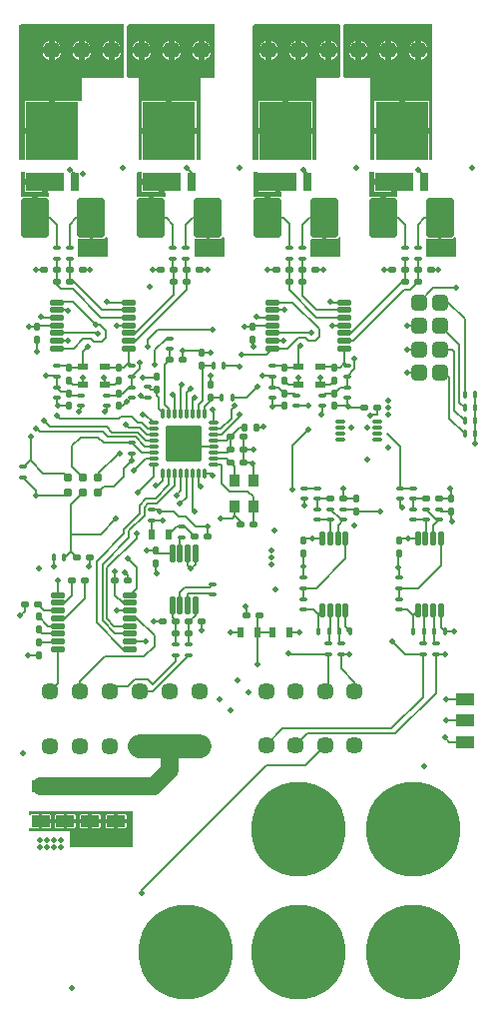
<source format=gtl>
%FSLAX46Y46*%
%MOMM*%
%ADD11C,0.190000*%
%ADD10C,0.200000*%
%ADD12C,1.500000*%
%ADD13C,2.000000*%
%AMPS31*
1,1,0.787000,0.000000,0.000000*
%
%ADD31PS31*%
%AMPS17*
1,1,1.450000,0.000000,0.000000*
%
%ADD17PS17*%
%AMPS20*
1,1,1.450000,0.000000,0.000000*
%
%ADD20PS20*%
%AMPS43*
1,1,1.450000,0.000000,0.000000*
%
%ADD43PS43*%
%AMPS15*
1,1,8.000000,0.000000,0.000000*
%
%ADD15PS15*%
%AMPS44*
1,1,8.000000,0.000000,0.000000*
%
%ADD44PS44*%
%AMPS19*
1,1,1.450000,0.000000,0.000000*
%
%ADD19PS19*%
%AMPS24*
1,1,8.000000,0.000000,0.000000*
%
%ADD24PS24*%
%AMPS55*
1,1,8.000000,0.000000,0.000000*
%
%ADD55PS55*%
%AMPS18*
1,1,1.450000,0.000000,0.000000*
%
%ADD18PS18*%
%AMPS16*
1,1,1.450000,0.000000,0.000000*
%
%ADD16PS16*%
%AMPS37*
21,1,1.500000,0.600000,0.000000,0.000000,270.000000*
%
%ADD37PS37*%
%AMPS36*
21,1,3.140000,1.500000,0.000000,0.000000,180.000000*
%
%ADD36PS36*%
%AMPS35*
21,1,4.900000,4.410000,0.000000,0.000000,270.000000*
%
%ADD35PS35*%
%AMPS62*
1,1,0.500000,0.000000,0.000000*
%
%ADD62PS62*%
%AMPS60*
1,1,0.500000,0.000000,0.000000*
%
%ADD60PS60*%
%AMPS58*
1,1,0.500000,0.000000,0.000000*
%
%ADD58PS58*%
%AMPS61*
1,1,0.500000,0.000000,0.000000*
%
%ADD61PS61*%
%AMPS59*
1,1,0.500000,0.000000,0.000000*
%
%ADD59PS59*%
%AMPS54*
1,1,0.200000,-0.350000,0.400000*
1,1,0.200000,0.350000,-0.400000*
1,1,0.200000,-0.350000,-0.400000*
21,1,0.900000,0.800000,0.000000,0.000000,180.000000*
21,1,0.700000,1.000000,0.000000,0.000000,180.000000*
1,1,0.200000,0.350000,0.400000*
%
%ADD54PS54*%
%AMPS56*
1,1,0.160000,0.315000,0.070000*
1,1,0.160000,-0.315000,-0.070000*
1,1,0.160000,-0.315000,0.070000*
21,1,0.300000,0.630000,0.000000,0.000000,90.000000*
21,1,0.140000,0.790000,0.000000,0.000000,90.000000*
1,1,0.160000,0.315000,-0.070000*
%
%ADD56PS56*%
%AMPS57*
1,1,0.160000,-0.315000,-0.070000*
1,1,0.160000,0.315000,0.070000*
1,1,0.160000,0.315000,-0.070000*
21,1,0.300000,0.630000,0.000000,0.000000,270.000000*
21,1,0.140000,0.790000,0.000000,0.000000,270.000000*
1,1,0.160000,-0.315000,0.070000*
%
%ADD57PS57*%
%AMPS28*
1,1,0.200000,0.100000,-0.200000*
1,1,0.200000,-0.100000,0.200000*
1,1,0.200000,0.100000,0.200000*
21,1,0.400000,0.400000,0.000000,0.000000,0.000000*
21,1,0.200000,0.600000,0.000000,0.000000,0.000000*
1,1,0.200000,-0.100000,-0.200000*
%
%ADD28PS28*%
%AMPS14*
1,1,0.200000,0.200000,0.100000*
1,1,0.200000,-0.200000,-0.100000*
1,1,0.200000,-0.200000,0.100000*
21,1,0.400000,0.400000,0.000000,0.000000,90.000000*
21,1,0.200000,0.600000,0.000000,0.000000,90.000000*
1,1,0.200000,0.200000,-0.100000*
%
%ADD14PS14*%
%AMPS42*
1,1,0.200000,-0.100000,0.200000*
1,1,0.200000,0.100000,-0.200000*
1,1,0.200000,-0.100000,-0.200000*
21,1,0.400000,0.400000,0.000000,0.000000,180.000000*
21,1,0.200000,0.600000,0.000000,0.000000,180.000000*
1,1,0.200000,0.100000,0.200000*
%
%ADD42PS42*%
%AMPS21*
1,1,0.200000,-0.200000,-0.100000*
1,1,0.200000,0.200000,0.100000*
1,1,0.200000,0.200000,-0.100000*
21,1,0.400000,0.400000,0.000000,0.000000,270.000000*
21,1,0.200000,0.600000,0.000000,0.000000,270.000000*
1,1,0.200000,-0.200000,0.100000*
%
%ADD21PS21*%
%AMPS27*
1,1,0.200000,0.700000,-0.400000*
1,1,0.200000,-0.700000,0.400000*
1,1,0.200000,0.700000,0.400000*
21,1,1.600000,0.800000,0.000000,0.000000,0.000000*
21,1,1.400000,1.000000,0.000000,0.000000,0.000000*
1,1,0.200000,-0.700000,-0.400000*
%
%ADD27PS27*%
%AMPS47*
1,1,0.200000,0.125000,-0.625000*
1,1,0.200000,-0.125000,0.625000*
1,1,0.200000,0.125000,0.625000*
21,1,0.450000,1.250000,0.000000,0.000000,0.000000*
21,1,0.250000,1.450000,0.000000,0.000000,0.000000*
1,1,0.200000,-0.125000,-0.625000*
%
%ADD47PS47*%
%AMPS48*
1,1,0.200000,-0.125000,0.625000*
1,1,0.200000,0.125000,-0.625000*
1,1,0.200000,-0.125000,-0.625000*
21,1,0.450000,1.250000,0.000000,0.000000,180.000000*
21,1,0.250000,1.450000,0.000000,0.000000,180.000000*
1,1,0.200000,0.125000,0.625000*
%
%ADD48PS48*%
%AMPS46*
1,1,0.180000,0.125000,-0.525000*
1,1,0.180000,-0.125000,0.525000*
1,1,0.180000,0.125000,0.525000*
21,1,0.430000,1.050000,0.000000,0.000000,0.000000*
21,1,0.250000,1.230000,0.000000,0.000000,0.000000*
1,1,0.180000,-0.125000,-0.525000*
%
%ADD46PS46*%
%AMPS33*
1,1,0.180000,0.525000,0.125000*
1,1,0.180000,-0.525000,-0.125000*
1,1,0.180000,-0.525000,0.125000*
21,1,0.430000,1.050000,0.000000,0.000000,90.000000*
21,1,0.250000,1.230000,0.000000,0.000000,90.000000*
1,1,0.180000,0.525000,-0.125000*
%
%ADD33PS33*%
%AMPS45*
1,1,0.180000,-0.125000,0.525000*
1,1,0.180000,0.125000,-0.525000*
1,1,0.180000,-0.125000,-0.525000*
21,1,0.430000,1.050000,0.000000,0.000000,180.000000*
21,1,0.250000,1.230000,0.000000,0.000000,180.000000*
1,1,0.180000,0.125000,0.525000*
%
%ADD45PS45*%
%AMPS32*
1,1,0.180000,-0.525000,-0.125000*
1,1,0.180000,0.525000,0.125000*
1,1,0.180000,0.525000,-0.125000*
21,1,0.430000,1.050000,0.000000,0.000000,270.000000*
21,1,0.250000,1.230000,0.000000,0.000000,270.000000*
1,1,0.180000,-0.525000,0.125000*
%
%ADD32PS32*%
%AMPS25*
1,1,0.200000,0.200000,-0.150000*
1,1,0.200000,-0.200000,0.150000*
1,1,0.200000,0.200000,0.150000*
21,1,0.600000,0.300000,0.000000,0.000000,0.000000*
21,1,0.400000,0.500000,0.000000,0.000000,0.000000*
1,1,0.200000,-0.200000,-0.150000*
%
%ADD25PS25*%
%AMPS30*
1,1,0.200000,0.150000,0.200000*
1,1,0.200000,-0.150000,-0.200000*
1,1,0.200000,-0.150000,0.200000*
21,1,0.600000,0.300000,0.000000,0.000000,90.000000*
21,1,0.400000,0.500000,0.000000,0.000000,90.000000*
1,1,0.200000,0.150000,-0.200000*
%
%ADD30PS30*%
%AMPS29*
1,1,0.200000,-0.200000,0.150000*
1,1,0.200000,0.200000,-0.150000*
1,1,0.200000,-0.200000,-0.150000*
21,1,0.600000,0.300000,0.000000,0.000000,180.000000*
21,1,0.400000,0.500000,0.000000,0.000000,180.000000*
1,1,0.200000,0.200000,0.150000*
%
%ADD29PS29*%
%AMPS22*
1,1,0.200000,-0.150000,-0.200000*
1,1,0.200000,0.150000,0.200000*
1,1,0.200000,0.150000,-0.200000*
21,1,0.600000,0.300000,0.000000,0.000000,270.000000*
21,1,0.400000,0.500000,0.000000,0.000000,270.000000*
1,1,0.200000,-0.150000,0.200000*
%
%ADD22PS22*%
%AMPS40*
1,1,0.500000,0.940000,1.440000*
1,1,0.500000,-0.940000,-1.440000*
1,1,0.500000,-0.940000,1.440000*
21,1,3.380000,1.880000,0.000000,0.000000,90.000000*
21,1,2.880000,2.380000,0.000000,0.000000,90.000000*
1,1,0.500000,0.940000,-1.440000*
%
%ADD40PS40*%
%AMPS41*
1,1,0.500000,-0.940000,-1.440000*
1,1,0.500000,0.940000,1.440000*
1,1,0.500000,0.940000,-1.440000*
21,1,3.380000,1.880000,0.000000,0.000000,270.000000*
21,1,2.880000,2.380000,0.000000,0.000000,270.000000*
1,1,0.500000,-0.940000,1.440000*
%
%ADD41PS41*%
%AMPS38*
1,1,0.520000,0.410000,0.380000*
1,1,0.520000,-0.410000,-0.380000*
1,1,0.520000,-0.410000,0.380000*
21,1,1.280000,0.820000,0.000000,0.000000,90.000000*
21,1,0.760000,1.340000,0.000000,0.000000,90.000000*
1,1,0.520000,0.410000,-0.380000*
%
%ADD38PS38*%
%AMPS39*
1,1,0.520000,-0.410000,-0.380000*
1,1,0.520000,0.410000,0.380000*
1,1,0.520000,0.410000,-0.380000*
21,1,1.280000,0.820000,0.000000,0.000000,270.000000*
21,1,0.760000,1.340000,0.000000,0.000000,270.000000*
1,1,0.520000,-0.410000,0.380000*
%
%ADD39PS39*%
%AMPS23*
1,1,0.200000,-0.700000,-0.400000*
1,1,0.200000,0.700000,0.400000*
1,1,0.200000,0.700000,-0.400000*
21,1,1.000000,1.400000,0.000000,0.000000,270.000000*
21,1,0.800000,1.600000,0.000000,0.000000,270.000000*
1,1,0.200000,-0.700000,0.400000*
%
%ADD23PS23*%
%AMPS51*
1,1,0.100000,0.085000,-0.375000*
1,1,0.100000,-0.085000,0.375000*
1,1,0.100000,0.085000,0.375000*
21,1,0.270000,0.750000,0.000000,0.000000,0.000000*
21,1,0.170000,0.850000,0.000000,0.000000,0.000000*
1,1,0.100000,-0.085000,-0.375000*
%
%ADD51PS51*%
%AMPS49*
1,1,0.100000,0.375000,0.085000*
1,1,0.100000,-0.375000,-0.085000*
1,1,0.100000,-0.375000,0.085000*
21,1,0.270000,0.750000,0.000000,0.000000,90.000000*
21,1,0.170000,0.850000,0.000000,0.000000,90.000000*
1,1,0.100000,0.375000,-0.085000*
%
%ADD49PS49*%
%AMPS52*
1,1,0.100000,-0.085000,0.375000*
1,1,0.100000,0.085000,-0.375000*
1,1,0.100000,-0.085000,-0.375000*
21,1,0.270000,0.750000,0.000000,0.000000,180.000000*
21,1,0.170000,0.850000,0.000000,0.000000,180.000000*
1,1,0.100000,0.085000,0.375000*
%
%ADD52PS52*%
%AMPS50*
1,1,0.100000,-0.375000,-0.085000*
1,1,0.100000,0.375000,0.085000*
1,1,0.100000,0.375000,-0.085000*
21,1,0.270000,0.750000,0.000000,0.000000,270.000000*
21,1,0.170000,0.850000,0.000000,0.000000,270.000000*
1,1,0.100000,-0.375000,0.085000*
%
%ADD50PS50*%
%AMPS53*
1,1,0.200000,1.400000,-1.400000*
1,1,0.200000,-1.400000,1.400000*
1,1,0.200000,1.400000,1.400000*
21,1,3.000000,2.800000,0.000000,0.000000,0.000000*
21,1,2.800000,3.000000,0.000000,0.000000,0.000000*
1,1,0.200000,-1.400000,-1.400000*
%
%ADD53PS53*%
%AMPS26*
1,1,0.200000,-0.150000,0.350000*
1,1,0.200000,0.150000,-0.350000*
1,1,0.200000,-0.150000,-0.350000*
21,1,0.500000,0.700000,0.000000,0.000000,180.000000*
21,1,0.300000,0.900000,0.000000,0.000000,180.000000*
1,1,0.200000,0.150000,0.350000*
%
%ADD26PS26*%
%AMPS34*
1,1,0.200000,-0.350000,-0.150000*
1,1,0.200000,0.350000,0.150000*
1,1,0.200000,0.350000,-0.150000*
21,1,0.500000,0.700000,0.000000,0.000000,270.000000*
21,1,0.300000,0.900000,0.000000,0.000000,270.000000*
1,1,0.200000,-0.350000,0.150000*
%
%ADD34PS34*%
G01*
%LPD*%
G36*
X30645002Y71850000D02*
X30684006Y71857920D01*
X30716831Y71880425D01*
X30738279Y71913952D01*
X30745002Y71950000D01*
X30745002Y74069992D01*
X35355002Y74069992D01*
X35355002Y71950000D01*
X35362922Y71910996D01*
X35385427Y71878171D01*
X35418954Y71856723D01*
X35455002Y71850000D01*
X35550000Y71850000D01*
X35589004Y71857920D01*
X35621829Y71880425D01*
X35643277Y71913952D01*
X35650000Y71950000D01*
X35650000Y83250000D01*
X35642080Y83289004D01*
X35619575Y83321829D01*
X35586048Y83343277D01*
X35550000Y83350000D01*
X28209000Y83350000D01*
X28169996Y83342080D01*
X28137171Y83319575D01*
X28115723Y83286048D01*
X28109000Y83250000D01*
X28109000Y78950000D01*
X28116920Y78910996D01*
X28139425Y78878171D01*
X28172952Y78856723D01*
X28209000Y78850000D01*
X30389949Y78850000D01*
X30398603Y78848243D01*
X30400000Y78840754D01*
X30400000Y71950000D01*
X30407920Y71910996D01*
X30430425Y71878171D01*
X30463952Y71856723D01*
X30500000Y71850000D01*
X30645002Y71850000D01*
D02*
G37*
%LPC*%
G36*
X29119999Y81400001D02*
X28584158Y81400001D01*
X28607685Y81465754D01*
X28642310Y81538962D01*
X28683938Y81608415D01*
X28732170Y81673450D01*
X28786551Y81733449D01*
X28846550Y81787830D01*
X28911585Y81836062D01*
X28981038Y81877690D01*
X29054246Y81912315D01*
X29119999Y81935842D01*
X29119999Y81400001D01*
D02*
G37*
%LPC*%
G36*
X30155840Y81400001D02*
X29619999Y81400001D01*
X29619999Y81935842D01*
X29685752Y81912315D01*
X29758960Y81877690D01*
X29828413Y81836062D01*
X29893448Y81787830D01*
X29953447Y81733449D01*
X30007828Y81673450D01*
X30056060Y81608415D01*
X30097688Y81538962D01*
X30132313Y81465754D01*
X30155840Y81400001D01*
D02*
G37*
%LPC*%
G36*
X31659999Y81400001D02*
X31124158Y81400001D01*
X31147685Y81465754D01*
X31182310Y81538962D01*
X31223938Y81608415D01*
X31272170Y81673450D01*
X31326551Y81733449D01*
X31386550Y81787830D01*
X31451585Y81836062D01*
X31521038Y81877690D01*
X31594246Y81912315D01*
X31659999Y81935842D01*
X31659999Y81400001D01*
D02*
G37*
%LPC*%
G36*
X32695840Y81400001D02*
X32159999Y81400001D01*
X32159999Y81935842D01*
X32225752Y81912315D01*
X32298960Y81877690D01*
X32368413Y81836062D01*
X32433448Y81787830D01*
X32493447Y81733449D01*
X32547828Y81673450D01*
X32596060Y81608415D01*
X32637688Y81538962D01*
X32672313Y81465754D01*
X32695840Y81400001D01*
D02*
G37*
%LPC*%
G36*
X34199999Y81400001D02*
X33664158Y81400001D01*
X33687685Y81465754D01*
X33722310Y81538962D01*
X33763938Y81608415D01*
X33812170Y81673450D01*
X33866551Y81733449D01*
X33926550Y81787830D01*
X33991585Y81836062D01*
X34061038Y81877690D01*
X34134246Y81912315D01*
X34199999Y81935842D01*
X34199999Y81400001D01*
D02*
G37*
%LPC*%
G36*
X35235840Y81400001D02*
X34699999Y81400001D01*
X34699999Y81935842D01*
X34765752Y81912315D01*
X34838960Y81877690D01*
X34908413Y81836062D01*
X34973448Y81787830D01*
X35033447Y81733449D01*
X35087828Y81673450D01*
X35136060Y81608415D01*
X35177688Y81538962D01*
X35212313Y81465754D01*
X35235840Y81400001D01*
D02*
G37*
%LPC*%
G36*
X34699999Y80364160D02*
X34699999Y80900001D01*
X35235840Y80900001D01*
X35212313Y80834248D01*
X35177688Y80761040D01*
X35136060Y80691587D01*
X35087828Y80626552D01*
X35033447Y80566553D01*
X34973448Y80512172D01*
X34908413Y80463940D01*
X34838960Y80422312D01*
X34765752Y80387687D01*
X34699999Y80364160D01*
D02*
G37*
%LPC*%
G36*
X34199999Y80364160D02*
X34134246Y80387687D01*
X34061038Y80422312D01*
X33991585Y80463940D01*
X33926550Y80512172D01*
X33866551Y80566553D01*
X33812170Y80626552D01*
X33763938Y80691587D01*
X33722310Y80761040D01*
X33687685Y80834248D01*
X33664158Y80900001D01*
X34199999Y80900001D01*
X34199999Y80364160D01*
D02*
G37*
%LPC*%
G36*
X32159999Y80364160D02*
X32159999Y80900001D01*
X32695840Y80900001D01*
X32672313Y80834248D01*
X32637688Y80761040D01*
X32596060Y80691587D01*
X32547828Y80626552D01*
X32493447Y80566553D01*
X32433448Y80512172D01*
X32368413Y80463940D01*
X32298960Y80422312D01*
X32225752Y80387687D01*
X32159999Y80364160D01*
D02*
G37*
%LPC*%
G36*
X31659999Y80364160D02*
X31594246Y80387687D01*
X31521038Y80422312D01*
X31451585Y80463940D01*
X31386550Y80512172D01*
X31326551Y80566553D01*
X31272170Y80626552D01*
X31223938Y80691587D01*
X31182310Y80761040D01*
X31147685Y80834248D01*
X31124158Y80900001D01*
X31659999Y80900001D01*
X31659999Y80364160D01*
D02*
G37*
%LPC*%
G36*
X29619999Y80364160D02*
X29619999Y80900001D01*
X30155840Y80900001D01*
X30132313Y80834248D01*
X30097688Y80761040D01*
X30056060Y80691587D01*
X30007828Y80626552D01*
X29953447Y80566553D01*
X29893448Y80512172D01*
X29828413Y80463940D01*
X29758960Y80422312D01*
X29685752Y80387687D01*
X29619999Y80364160D01*
D02*
G37*
%LPC*%
G36*
X29119999Y80364160D02*
X29054246Y80387687D01*
X28981038Y80422312D01*
X28911585Y80463940D01*
X28846550Y80512172D01*
X28786551Y80566553D01*
X28732170Y80626552D01*
X28683938Y80691587D01*
X28642310Y80761040D01*
X28607685Y80834248D01*
X28584158Y80900001D01*
X29119999Y80900001D01*
X29119999Y80364160D01*
D02*
G37*
%LPC*%
G36*
X35355002Y74569992D02*
X33300002Y74569992D01*
X33300002Y76869992D01*
X35355002Y76869992D01*
X35355002Y74569992D01*
D02*
G37*
%LPC*%
G36*
X32800002Y74569992D02*
X30745002Y74569992D01*
X30745002Y76869992D01*
X32800002Y76869992D01*
X32800002Y74569992D01*
D02*
G37*
%LPD*%
G36*
X10895002Y71850000D02*
X10934006Y71857920D01*
X10966831Y71880425D01*
X10988279Y71913952D01*
X10995002Y71950000D01*
X10995002Y74069992D01*
X15605002Y74069992D01*
X15605002Y71950000D01*
X15612922Y71910996D01*
X15635427Y71878171D01*
X15668954Y71856723D01*
X15705002Y71850000D01*
X15900000Y71850000D01*
X15939004Y71857920D01*
X15971829Y71880425D01*
X15993277Y71913952D01*
X16000000Y71950000D01*
X16000000Y78839949D01*
X16001757Y78848603D01*
X16009246Y78850000D01*
X17100000Y78850000D01*
X17139004Y78857920D01*
X17171829Y78880425D01*
X17193277Y78913952D01*
X17200000Y78950000D01*
X17200000Y83250000D01*
X17192080Y83289004D01*
X17169575Y83321829D01*
X17136048Y83343277D01*
X17100000Y83350000D01*
X9859000Y83350000D01*
X9819996Y83342080D01*
X9787171Y83319575D01*
X9765723Y83286048D01*
X9759000Y83250000D01*
X9759000Y78950000D01*
X9766920Y78910996D01*
X9789425Y78878171D01*
X9822952Y78856723D01*
X9859000Y78850000D01*
X10689949Y78850000D01*
X10698603Y78848243D01*
X10700000Y78840754D01*
X10700000Y71950000D01*
X10707920Y71910996D01*
X10730425Y71878171D01*
X10763952Y71856723D01*
X10800000Y71850000D01*
X10895002Y71850000D01*
D02*
G37*
%LPC*%
G36*
X10719999Y81400001D02*
X10184158Y81400001D01*
X10207685Y81465754D01*
X10242310Y81538962D01*
X10283938Y81608415D01*
X10332170Y81673450D01*
X10386551Y81733449D01*
X10446550Y81787830D01*
X10511585Y81836062D01*
X10581038Y81877690D01*
X10654246Y81912315D01*
X10719999Y81935842D01*
X10719999Y81400001D01*
D02*
G37*
%LPC*%
G36*
X11755840Y81400001D02*
X11219999Y81400001D01*
X11219999Y81935842D01*
X11285752Y81912315D01*
X11358960Y81877690D01*
X11428413Y81836062D01*
X11493448Y81787830D01*
X11553447Y81733449D01*
X11607828Y81673450D01*
X11656060Y81608415D01*
X11697688Y81538962D01*
X11732313Y81465754D01*
X11755840Y81400001D01*
D02*
G37*
%LPC*%
G36*
X13259999Y81400001D02*
X12724158Y81400001D01*
X12747685Y81465754D01*
X12782310Y81538962D01*
X12823938Y81608415D01*
X12872170Y81673450D01*
X12926551Y81733449D01*
X12986550Y81787830D01*
X13051585Y81836062D01*
X13121038Y81877690D01*
X13194246Y81912315D01*
X13259999Y81935842D01*
X13259999Y81400001D01*
D02*
G37*
%LPC*%
G36*
X14295840Y81400001D02*
X13759999Y81400001D01*
X13759999Y81935842D01*
X13825752Y81912315D01*
X13898960Y81877690D01*
X13968413Y81836062D01*
X14033448Y81787830D01*
X14093447Y81733449D01*
X14147828Y81673450D01*
X14196060Y81608415D01*
X14237688Y81538962D01*
X14272313Y81465754D01*
X14295840Y81400001D01*
D02*
G37*
%LPC*%
G36*
X15799999Y81400001D02*
X15264158Y81400001D01*
X15287685Y81465754D01*
X15322310Y81538962D01*
X15363938Y81608415D01*
X15412170Y81673450D01*
X15466551Y81733449D01*
X15526550Y81787830D01*
X15591585Y81836062D01*
X15661038Y81877690D01*
X15734246Y81912315D01*
X15799999Y81935842D01*
X15799999Y81400001D01*
D02*
G37*
%LPC*%
G36*
X16835840Y81400001D02*
X16299999Y81400001D01*
X16299999Y81935842D01*
X16365752Y81912315D01*
X16438960Y81877690D01*
X16508413Y81836062D01*
X16573448Y81787830D01*
X16633447Y81733449D01*
X16687828Y81673450D01*
X16736060Y81608415D01*
X16777688Y81538962D01*
X16812313Y81465754D01*
X16835840Y81400001D01*
D02*
G37*
%LPC*%
G36*
X16299999Y80364160D02*
X16299999Y80900001D01*
X16835840Y80900001D01*
X16812313Y80834248D01*
X16777688Y80761040D01*
X16736060Y80691587D01*
X16687828Y80626552D01*
X16633447Y80566553D01*
X16573448Y80512172D01*
X16508413Y80463940D01*
X16438960Y80422312D01*
X16365752Y80387687D01*
X16299999Y80364160D01*
D02*
G37*
%LPC*%
G36*
X15799999Y80364160D02*
X15734246Y80387687D01*
X15661038Y80422312D01*
X15591585Y80463940D01*
X15526550Y80512172D01*
X15466551Y80566553D01*
X15412170Y80626552D01*
X15363938Y80691587D01*
X15322310Y80761040D01*
X15287685Y80834248D01*
X15264158Y80900001D01*
X15799999Y80900001D01*
X15799999Y80364160D01*
D02*
G37*
%LPC*%
G36*
X13759999Y80364160D02*
X13759999Y80900001D01*
X14295840Y80900001D01*
X14272313Y80834248D01*
X14237688Y80761040D01*
X14196060Y80691587D01*
X14147828Y80626552D01*
X14093447Y80566553D01*
X14033448Y80512172D01*
X13968413Y80463940D01*
X13898960Y80422312D01*
X13825752Y80387687D01*
X13759999Y80364160D01*
D02*
G37*
%LPC*%
G36*
X13259999Y80364160D02*
X13194246Y80387687D01*
X13121038Y80422312D01*
X13051585Y80463940D01*
X12986550Y80512172D01*
X12926551Y80566553D01*
X12872170Y80626552D01*
X12823938Y80691587D01*
X12782310Y80761040D01*
X12747685Y80834248D01*
X12724158Y80900001D01*
X13259999Y80900001D01*
X13259999Y80364160D01*
D02*
G37*
%LPC*%
G36*
X11219999Y80364160D02*
X11219999Y80900001D01*
X11755840Y80900001D01*
X11732313Y80834248D01*
X11697688Y80761040D01*
X11656060Y80691587D01*
X11607828Y80626552D01*
X11553447Y80566553D01*
X11493448Y80512172D01*
X11428413Y80463940D01*
X11358960Y80422312D01*
X11285752Y80387687D01*
X11219999Y80364160D01*
D02*
G37*
%LPC*%
G36*
X10719999Y80364160D02*
X10654246Y80387687D01*
X10581038Y80422312D01*
X10511585Y80463940D01*
X10446550Y80512172D01*
X10386551Y80566553D01*
X10332170Y80626552D01*
X10283938Y80691587D01*
X10242310Y80761040D01*
X10207685Y80834248D01*
X10184158Y80900001D01*
X10719999Y80900001D01*
X10719999Y80364160D01*
D02*
G37*
%LPC*%
G36*
X15605002Y74569992D02*
X13550002Y74569992D01*
X13550002Y76869992D01*
X15605002Y76869992D01*
X15605002Y74569992D01*
D02*
G37*
%LPC*%
G36*
X13050002Y74569992D02*
X10995002Y74569992D01*
X10995002Y76869992D01*
X13050002Y76869992D01*
X13050002Y74569992D01*
D02*
G37*
%LPD*%
G36*
X21815000Y66700000D02*
X21854004Y66707920D01*
X21886829Y66730425D01*
X21908277Y66763952D01*
X21915000Y66800000D01*
X21915000Y68740000D01*
X22607446Y68740000D01*
X22639320Y68738434D01*
X22673309Y68733392D01*
X22706637Y68725044D01*
X22741308Y68712637D01*
X22780699Y68706953D01*
X22819188Y68717083D01*
X22850677Y68741422D01*
X22870179Y68776116D01*
X22875000Y68806790D01*
X22875000Y69029992D01*
X22867080Y69068996D01*
X22844575Y69101821D01*
X22811048Y69123269D01*
X22790002Y69127194D01*
X22790002Y70129992D01*
X22782082Y70168996D01*
X22759577Y70201821D01*
X22726050Y70223269D01*
X22690002Y70229992D01*
X20870002Y70229992D01*
X20870002Y70750000D01*
X20862082Y70789004D01*
X20839577Y70821829D01*
X20806050Y70843277D01*
X20770002Y70850000D01*
X20575000Y70850000D01*
X20535996Y70842080D01*
X20503171Y70819575D01*
X20481723Y70786048D01*
X20475000Y70750000D01*
X20475000Y68813947D01*
X20482920Y68774943D01*
X20505425Y68742118D01*
X20538952Y68720670D01*
X20578188Y68713998D01*
X20608692Y68719794D01*
X20623362Y68725044D01*
X20656691Y68733392D01*
X20690680Y68738434D01*
X20722554Y68740000D01*
X21415000Y68740000D01*
X21415000Y66800000D01*
X21422920Y66760996D01*
X21445425Y66728171D01*
X21478952Y66706723D01*
X21515000Y66700000D01*
X21815000Y66700000D01*
D02*
G37*
%LPC*%
G36*
X22290002Y69129992D02*
X20870002Y69129992D01*
X20870002Y69729992D01*
X22290002Y69729992D01*
X22290002Y69129992D01*
D02*
G37*
%LPD*%
G36*
X37550000Y63650000D02*
X37589004Y63657920D01*
X37621829Y63680425D01*
X37643277Y63713952D01*
X37650000Y63750000D01*
X37650000Y65227012D01*
X37642080Y65266016D01*
X37619575Y65298841D01*
X37586048Y65320289D01*
X37546812Y65326961D01*
X37508081Y65317802D01*
X37474805Y65290747D01*
X37473946Y65291526D01*
X37447572Y65262428D01*
X37422117Y65239356D01*
X37394515Y65218885D01*
X37365044Y65201221D01*
X37333983Y65186531D01*
X37301638Y65174956D01*
X37268309Y65166608D01*
X37234320Y65161566D01*
X37202446Y65160000D01*
X36410000Y65160000D01*
X36410000Y67000000D01*
X36402080Y67039004D01*
X36379575Y67071829D01*
X36346048Y67093277D01*
X36310000Y67100000D01*
X36210000Y67100000D01*
X36170996Y67092080D01*
X36138171Y67069575D01*
X36116723Y67036048D01*
X36110000Y67000000D01*
X36110000Y65160000D01*
X35317554Y65160000D01*
X35285680Y65161566D01*
X35251697Y65166607D01*
X35224300Y65173470D01*
X35184541Y65175265D01*
X35147230Y65161410D01*
X35118279Y65134101D01*
X35102272Y65097662D01*
X35100000Y65076467D01*
X35100000Y63750000D01*
X35107920Y63710996D01*
X35130425Y63678171D01*
X35163952Y63656723D01*
X35200000Y63650000D01*
X37550000Y63650000D01*
D02*
G37*
%LPD*%
G36*
X27775000Y63650000D02*
X27814004Y63657920D01*
X27846829Y63680425D01*
X27868277Y63713952D01*
X27875000Y63750000D01*
X27875000Y65227012D01*
X27867080Y65266016D01*
X27844575Y65298841D01*
X27811048Y65320289D01*
X27771812Y65326961D01*
X27733081Y65317802D01*
X27699805Y65290747D01*
X27698946Y65291526D01*
X27672572Y65262428D01*
X27647117Y65239356D01*
X27619515Y65218885D01*
X27590044Y65201221D01*
X27558983Y65186531D01*
X27526638Y65174956D01*
X27493309Y65166608D01*
X27459320Y65161566D01*
X27427446Y65160000D01*
X26635000Y65160000D01*
X26635000Y67000000D01*
X26627080Y67039004D01*
X26604575Y67071829D01*
X26571048Y67093277D01*
X26535000Y67100000D01*
X26435000Y67100000D01*
X26395996Y67092080D01*
X26363171Y67069575D01*
X26341723Y67036048D01*
X26335000Y67000000D01*
X26335000Y65160000D01*
X25542554Y65160000D01*
X25510680Y65161566D01*
X25476697Y65166607D01*
X25449300Y65173470D01*
X25409541Y65175265D01*
X25372230Y65161410D01*
X25343279Y65134101D01*
X25327272Y65097662D01*
X25325000Y65076467D01*
X25325000Y63750000D01*
X25332920Y63710996D01*
X25355425Y63678171D01*
X25388952Y63656723D01*
X25425000Y63650000D01*
X27775000Y63650000D01*
D02*
G37*
%LPD*%
G36*
X31590000Y66700000D02*
X31629004Y66707920D01*
X31661829Y66730425D01*
X31683277Y66763952D01*
X31690000Y66800000D01*
X31690000Y68740000D01*
X32382446Y68740000D01*
X32414320Y68738434D01*
X32448309Y68733392D01*
X32481637Y68725044D01*
X32516308Y68712637D01*
X32555699Y68706953D01*
X32594188Y68717083D01*
X32625677Y68741422D01*
X32645179Y68776116D01*
X32650000Y68806790D01*
X32650000Y69139949D01*
X32655920Y69169104D01*
X32655651Y69169159D01*
X32665002Y69199334D01*
X32665002Y70129992D01*
X32657082Y70168996D01*
X32634577Y70201821D01*
X32601050Y70223269D01*
X32565002Y70229992D01*
X30745002Y70229992D01*
X30745002Y70750000D01*
X30737082Y70789004D01*
X30714577Y70821829D01*
X30681050Y70843277D01*
X30645002Y70850000D01*
X30350000Y70850000D01*
X30310996Y70842080D01*
X30278171Y70819575D01*
X30256723Y70786048D01*
X30250000Y70750000D01*
X30250000Y68813947D01*
X30257920Y68774943D01*
X30280425Y68742118D01*
X30313952Y68720670D01*
X30353188Y68713998D01*
X30383692Y68719794D01*
X30398362Y68725044D01*
X30431691Y68733392D01*
X30465680Y68738434D01*
X30497554Y68740000D01*
X31190000Y68740000D01*
X31190000Y66800000D01*
X31197920Y66760996D01*
X31220425Y66728171D01*
X31253952Y66706723D01*
X31290000Y66700000D01*
X31590000Y66700000D01*
D02*
G37*
%LPC*%
G36*
X32165002Y69129992D02*
X30745002Y69129992D01*
X30745002Y69729992D01*
X32165002Y69729992D01*
X32165002Y69129992D01*
D02*
G37*
%LPD*%
G36*
X10150000Y13600000D02*
X10189004Y13607920D01*
X10221829Y13630425D01*
X10243277Y13663952D01*
X10250000Y13700000D01*
X10250000Y16550000D01*
X10242080Y16589004D01*
X10219575Y16621829D01*
X10186048Y16643277D01*
X10150000Y16650000D01*
X1500000Y16650000D01*
X1460996Y16642080D01*
X1428171Y16619575D01*
X1406723Y16586048D01*
X1400000Y16550000D01*
X1400000Y16423452D01*
X1407920Y16384448D01*
X1430425Y16351623D01*
X1463952Y16330175D01*
X1503188Y16323503D01*
X1541919Y16332662D01*
X1567162Y16349362D01*
X1573050Y16354699D01*
X1588818Y16366393D01*
X1605664Y16376490D01*
X1623422Y16384888D01*
X1641904Y16391503D01*
X1660953Y16396273D01*
X1680389Y16399156D01*
X1697538Y16400000D01*
X2250000Y16400000D01*
X2250000Y15200000D01*
X1697538Y15200000D01*
X1680389Y15200844D01*
X1660953Y15203727D01*
X1641904Y15208497D01*
X1623422Y15215112D01*
X1605664Y15223510D01*
X1588818Y15233607D01*
X1573050Y15245301D01*
X1567162Y15250638D01*
X1532945Y15270965D01*
X1493509Y15276337D01*
X1455102Y15265902D01*
X1423807Y15241314D01*
X1404580Y15206466D01*
X1400000Y15176548D01*
X1400000Y15050000D01*
X1407920Y15010996D01*
X1430425Y14978171D01*
X1463952Y14956723D01*
X1500000Y14950000D01*
X4889949Y14950000D01*
X4898603Y14948243D01*
X4900000Y14940754D01*
X4900000Y13700000D01*
X4907920Y13660996D01*
X4930425Y13628171D01*
X4963952Y13606723D01*
X5000000Y13600000D01*
X10150000Y13600000D01*
D02*
G37*
%LPC*%
G36*
X9700000Y15950000D02*
X8950000Y15950000D01*
X8950000Y16400000D01*
X9502462Y16400000D01*
X9519611Y16399156D01*
X9539047Y16396273D01*
X9558096Y16391503D01*
X9576578Y16384888D01*
X9594336Y16376490D01*
X9611182Y16366393D01*
X9626956Y16354695D01*
X9641506Y16341506D01*
X9654695Y16326956D01*
X9666393Y16311182D01*
X9676490Y16294336D01*
X9684888Y16276578D01*
X9691503Y16258096D01*
X9696274Y16239046D01*
X9699156Y16219612D01*
X9700000Y16202460D01*
X9700000Y15950000D01*
D02*
G37*
%LPC*%
G36*
X8650000Y15950000D02*
X7900000Y15950000D01*
X7900000Y16202462D01*
X7900844Y16219611D01*
X7903727Y16239047D01*
X7908497Y16258096D01*
X7915112Y16276578D01*
X7923510Y16294336D01*
X7933607Y16311182D01*
X7945305Y16326956D01*
X7958494Y16341506D01*
X7973044Y16354695D01*
X7988818Y16366393D01*
X8005664Y16376490D01*
X8023422Y16384888D01*
X8041904Y16391503D01*
X8060953Y16396273D01*
X8080389Y16399156D01*
X8097538Y16400000D01*
X8650000Y16400000D01*
X8650000Y15950000D01*
D02*
G37*
%LPC*%
G36*
X7500000Y15950000D02*
X6750000Y15950000D01*
X6750000Y16400000D01*
X7302462Y16400000D01*
X7319611Y16399156D01*
X7339047Y16396273D01*
X7358096Y16391503D01*
X7376578Y16384888D01*
X7394336Y16376490D01*
X7411182Y16366393D01*
X7426956Y16354695D01*
X7441506Y16341506D01*
X7454695Y16326956D01*
X7466393Y16311182D01*
X7476490Y16294336D01*
X7484888Y16276578D01*
X7491503Y16258096D01*
X7496274Y16239046D01*
X7499156Y16219612D01*
X7500000Y16202460D01*
X7500000Y15950000D01*
D02*
G37*
%LPC*%
G36*
X6450000Y15950000D02*
X5700000Y15950000D01*
X5700000Y16202462D01*
X5700844Y16219611D01*
X5703727Y16239047D01*
X5708497Y16258096D01*
X5715112Y16276578D01*
X5723510Y16294336D01*
X5733607Y16311182D01*
X5745305Y16326956D01*
X5758494Y16341506D01*
X5773044Y16354695D01*
X5788818Y16366393D01*
X5805664Y16376490D01*
X5823422Y16384888D01*
X5841904Y16391503D01*
X5860953Y16396273D01*
X5880389Y16399156D01*
X5897538Y16400000D01*
X6450000Y16400000D01*
X6450000Y15950000D01*
D02*
G37*
%LPC*%
G36*
X5400000Y15950000D02*
X4650000Y15950000D01*
X4650000Y16400000D01*
X5202462Y16400000D01*
X5219611Y16399156D01*
X5239047Y16396273D01*
X5258096Y16391503D01*
X5276578Y16384888D01*
X5294336Y16376490D01*
X5311182Y16366393D01*
X5326956Y16354695D01*
X5341506Y16341506D01*
X5354695Y16326956D01*
X5366393Y16311182D01*
X5376490Y16294336D01*
X5384888Y16276578D01*
X5391503Y16258096D01*
X5396274Y16239046D01*
X5399156Y16219612D01*
X5400000Y16202460D01*
X5400000Y15950000D01*
D02*
G37*
%LPC*%
G36*
X4350000Y15950000D02*
X3600000Y15950000D01*
X3600000Y16202462D01*
X3600844Y16219611D01*
X3603727Y16239047D01*
X3608497Y16258096D01*
X3615112Y16276578D01*
X3623510Y16294336D01*
X3633607Y16311182D01*
X3645305Y16326956D01*
X3658494Y16341506D01*
X3673044Y16354695D01*
X3688818Y16366393D01*
X3705664Y16376490D01*
X3723422Y16384888D01*
X3741904Y16391503D01*
X3760953Y16396273D01*
X3780389Y16399156D01*
X3797538Y16400000D01*
X4350000Y16400000D01*
X4350000Y15950000D01*
D02*
G37*
%LPC*%
G36*
X3300000Y15950000D02*
X2550000Y15950000D01*
X2550000Y16400000D01*
X3102462Y16400000D01*
X3119611Y16399156D01*
X3139047Y16396273D01*
X3158096Y16391503D01*
X3176578Y16384888D01*
X3194336Y16376490D01*
X3211182Y16366393D01*
X3226956Y16354695D01*
X3241506Y16341506D01*
X3254695Y16326956D01*
X3266393Y16311182D01*
X3276490Y16294336D01*
X3284888Y16276578D01*
X3291503Y16258096D01*
X3296274Y16239046D01*
X3299156Y16219612D01*
X3300000Y16202460D01*
X3300000Y15950000D01*
D02*
G37*
%LPC*%
G36*
X9502462Y15200000D02*
X8950000Y15200000D01*
X8950000Y15650000D01*
X9700000Y15650000D01*
X9700000Y15397538D01*
X9699156Y15380389D01*
X9696273Y15360953D01*
X9691503Y15341904D01*
X9684888Y15323422D01*
X9676490Y15305664D01*
X9666393Y15288818D01*
X9654695Y15273044D01*
X9641506Y15258494D01*
X9626956Y15245305D01*
X9611182Y15233607D01*
X9594336Y15223510D01*
X9576578Y15215112D01*
X9558096Y15208497D01*
X9539047Y15203727D01*
X9519611Y15200844D01*
X9502462Y15200000D01*
D02*
G37*
%LPC*%
G36*
X8650000Y15200000D02*
X8097538Y15200000D01*
X8080389Y15200844D01*
X8060953Y15203727D01*
X8041904Y15208497D01*
X8023422Y15215112D01*
X8005664Y15223510D01*
X7988818Y15233607D01*
X7973044Y15245305D01*
X7958494Y15258494D01*
X7945305Y15273044D01*
X7933607Y15288818D01*
X7923510Y15305664D01*
X7915112Y15323422D01*
X7908497Y15341904D01*
X7903727Y15360953D01*
X7900844Y15380389D01*
X7900000Y15397538D01*
X7900000Y15650000D01*
X8650000Y15650000D01*
X8650000Y15200000D01*
D02*
G37*
%LPC*%
G36*
X7302462Y15200000D02*
X6750000Y15200000D01*
X6750000Y15650000D01*
X7500000Y15650000D01*
X7500000Y15397538D01*
X7499156Y15380389D01*
X7496273Y15360953D01*
X7491503Y15341904D01*
X7484888Y15323422D01*
X7476490Y15305664D01*
X7466393Y15288818D01*
X7454695Y15273044D01*
X7441506Y15258494D01*
X7426956Y15245305D01*
X7411182Y15233607D01*
X7394336Y15223510D01*
X7376578Y15215112D01*
X7358096Y15208497D01*
X7339047Y15203727D01*
X7319611Y15200844D01*
X7302462Y15200000D01*
D02*
G37*
%LPC*%
G36*
X6450000Y15200000D02*
X5897538Y15200000D01*
X5880389Y15200844D01*
X5860953Y15203727D01*
X5841904Y15208497D01*
X5823422Y15215112D01*
X5805664Y15223510D01*
X5788818Y15233607D01*
X5773044Y15245305D01*
X5758494Y15258494D01*
X5745305Y15273044D01*
X5733607Y15288818D01*
X5723510Y15305664D01*
X5715112Y15323422D01*
X5708497Y15341904D01*
X5703727Y15360953D01*
X5700844Y15380389D01*
X5700000Y15397538D01*
X5700000Y15650000D01*
X6450000Y15650000D01*
X6450000Y15200000D01*
D02*
G37*
%LPC*%
G36*
X5202462Y15200000D02*
X4650000Y15200000D01*
X4650000Y15650000D01*
X5400000Y15650000D01*
X5400000Y15397538D01*
X5399156Y15380389D01*
X5396273Y15360953D01*
X5391503Y15341904D01*
X5384888Y15323422D01*
X5376490Y15305664D01*
X5366393Y15288818D01*
X5354695Y15273044D01*
X5341506Y15258494D01*
X5326956Y15245305D01*
X5311182Y15233607D01*
X5294336Y15223510D01*
X5276578Y15215112D01*
X5258096Y15208497D01*
X5239047Y15203727D01*
X5219611Y15200844D01*
X5202462Y15200000D01*
D02*
G37*
%LPC*%
G36*
X4350000Y15200000D02*
X3797538Y15200000D01*
X3780389Y15200844D01*
X3760953Y15203727D01*
X3741904Y15208497D01*
X3723422Y15215112D01*
X3705664Y15223510D01*
X3688818Y15233607D01*
X3673044Y15245305D01*
X3658494Y15258494D01*
X3645305Y15273044D01*
X3633607Y15288818D01*
X3623510Y15305664D01*
X3615112Y15323422D01*
X3608497Y15341904D01*
X3603727Y15360953D01*
X3600844Y15380389D01*
X3600000Y15397538D01*
X3600000Y15650000D01*
X4350000Y15650000D01*
X4350000Y15200000D01*
D02*
G37*
%LPC*%
G36*
X3102462Y15200000D02*
X2550000Y15200000D01*
X2550000Y15650000D01*
X3300000Y15650000D01*
X3300000Y15397538D01*
X3299156Y15380389D01*
X3296273Y15360953D01*
X3291503Y15341904D01*
X3284888Y15323422D01*
X3276490Y15305664D01*
X3266393Y15288818D01*
X3254695Y15273044D01*
X3241506Y15258494D01*
X3226956Y15245305D01*
X3211182Y15233607D01*
X3194336Y15223510D01*
X3176578Y15215112D01*
X3158096Y15208497D01*
X3139047Y15203727D01*
X3119611Y15200844D01*
X3102462Y15200000D01*
D02*
G37*
%LPD*%
G36*
X8000000Y63650000D02*
X8039004Y63657920D01*
X8071829Y63680425D01*
X8093277Y63713952D01*
X8100000Y63750000D01*
X8100000Y65227012D01*
X8092080Y65266016D01*
X8069575Y65298841D01*
X8036048Y65320289D01*
X7996812Y65326961D01*
X7958081Y65317802D01*
X7924805Y65290747D01*
X7923946Y65291526D01*
X7897572Y65262428D01*
X7872117Y65239356D01*
X7844515Y65218885D01*
X7815044Y65201221D01*
X7783983Y65186531D01*
X7751638Y65174956D01*
X7718309Y65166608D01*
X7684320Y65161566D01*
X7652446Y65160000D01*
X6860000Y65160000D01*
X6860000Y67000000D01*
X6852080Y67039004D01*
X6829575Y67071829D01*
X6796048Y67093277D01*
X6760000Y67100000D01*
X6660000Y67100000D01*
X6620996Y67092080D01*
X6588171Y67069575D01*
X6566723Y67036048D01*
X6560000Y67000000D01*
X6560000Y65160000D01*
X5767554Y65160000D01*
X5735680Y65161566D01*
X5701697Y65166607D01*
X5674300Y65173470D01*
X5634541Y65175265D01*
X5597230Y65161410D01*
X5568279Y65134101D01*
X5552272Y65097662D01*
X5550000Y65076467D01*
X5550000Y63750000D01*
X5557920Y63710996D01*
X5580425Y63678171D01*
X5613952Y63656723D01*
X5650000Y63650000D01*
X8000000Y63650000D01*
D02*
G37*
%LPD*%
G36*
X2040000Y66700000D02*
X2079004Y66707920D01*
X2111829Y66730425D01*
X2133277Y66763952D01*
X2140000Y66800000D01*
X2140000Y68740000D01*
X2832446Y68740000D01*
X2864320Y68738434D01*
X2898309Y68733392D01*
X2931637Y68725044D01*
X2966308Y68712637D01*
X3005699Y68706953D01*
X3044188Y68717083D01*
X3075677Y68741422D01*
X3095179Y68776116D01*
X3100000Y68806790D01*
X3100000Y69029992D01*
X3092080Y69068996D01*
X3069575Y69101821D01*
X3036048Y69123269D01*
X3015002Y69127194D01*
X3015002Y70129992D01*
X3007082Y70168996D01*
X2984577Y70201821D01*
X2951050Y70223269D01*
X2915002Y70229992D01*
X1095002Y70229992D01*
X1095002Y70750000D01*
X1087082Y70789004D01*
X1064577Y70821829D01*
X1031050Y70843277D01*
X995002Y70850000D01*
X800000Y70850000D01*
X760996Y70842080D01*
X728171Y70819575D01*
X706723Y70786048D01*
X700000Y70750000D01*
X700000Y68813947D01*
X707920Y68774943D01*
X730425Y68742118D01*
X763952Y68720670D01*
X803188Y68713998D01*
X833692Y68719794D01*
X848362Y68725044D01*
X881691Y68733392D01*
X915680Y68738434D01*
X947554Y68740000D01*
X1640000Y68740000D01*
X1640000Y66800000D01*
X1647920Y66760996D01*
X1670425Y66728171D01*
X1703952Y66706723D01*
X1740000Y66700000D01*
X2040000Y66700000D01*
D02*
G37*
%LPC*%
G36*
X2515002Y69129992D02*
X1095002Y69129992D01*
X1095002Y69729992D01*
X2515002Y69729992D01*
X2515002Y69129992D01*
D02*
G37*
%LPD*%
G36*
X20770002Y71850000D02*
X20809006Y71857920D01*
X20841831Y71880425D01*
X20863279Y71913952D01*
X20870002Y71950000D01*
X20870002Y74069992D01*
X25480002Y74069992D01*
X25480002Y71950000D01*
X25487922Y71910996D01*
X25510427Y71878171D01*
X25543954Y71856723D01*
X25580002Y71850000D01*
X25675000Y71850000D01*
X25714004Y71857920D01*
X25746829Y71880425D01*
X25768277Y71913952D01*
X25775000Y71950000D01*
X25775000Y78839949D01*
X25776757Y78848603D01*
X25784246Y78850000D01*
X27750000Y78850000D01*
X27789004Y78857920D01*
X27821829Y78880425D01*
X27843277Y78913952D01*
X27850000Y78950000D01*
X27850000Y83250000D01*
X27842080Y83289004D01*
X27819575Y83321829D01*
X27786048Y83343277D01*
X27750000Y83350000D01*
X20525000Y83350000D01*
X20485996Y83342080D01*
X20453171Y83319575D01*
X20431723Y83286048D01*
X20425000Y83250000D01*
X20425000Y71950000D01*
X20432920Y71910996D01*
X20455425Y71878171D01*
X20488952Y71856723D01*
X20525000Y71850000D01*
X20770002Y71850000D01*
D02*
G37*
%LPC*%
G36*
X21499999Y81400001D02*
X20964158Y81400001D01*
X20987685Y81465754D01*
X21022310Y81538962D01*
X21063938Y81608415D01*
X21112170Y81673450D01*
X21166551Y81733449D01*
X21226550Y81787830D01*
X21291585Y81836062D01*
X21361038Y81877690D01*
X21434246Y81912315D01*
X21499999Y81935842D01*
X21499999Y81400001D01*
D02*
G37*
%LPC*%
G36*
X22535840Y81400001D02*
X21999999Y81400001D01*
X21999999Y81935842D01*
X22065752Y81912315D01*
X22138960Y81877690D01*
X22208413Y81836062D01*
X22273448Y81787830D01*
X22333447Y81733449D01*
X22387828Y81673450D01*
X22436060Y81608415D01*
X22477688Y81538962D01*
X22512313Y81465754D01*
X22535840Y81400001D01*
D02*
G37*
%LPC*%
G36*
X24039999Y81400001D02*
X23504158Y81400001D01*
X23527685Y81465754D01*
X23562310Y81538962D01*
X23603938Y81608415D01*
X23652170Y81673450D01*
X23706551Y81733449D01*
X23766550Y81787830D01*
X23831585Y81836062D01*
X23901038Y81877690D01*
X23974246Y81912315D01*
X24039999Y81935842D01*
X24039999Y81400001D01*
D02*
G37*
%LPC*%
G36*
X25075840Y81400001D02*
X24539999Y81400001D01*
X24539999Y81935842D01*
X24605752Y81912315D01*
X24678960Y81877690D01*
X24748413Y81836062D01*
X24813448Y81787830D01*
X24873447Y81733449D01*
X24927828Y81673450D01*
X24976060Y81608415D01*
X25017688Y81538962D01*
X25052313Y81465754D01*
X25075840Y81400001D01*
D02*
G37*
%LPC*%
G36*
X26579999Y81400001D02*
X26044158Y81400001D01*
X26067685Y81465754D01*
X26102310Y81538962D01*
X26143938Y81608415D01*
X26192170Y81673450D01*
X26246551Y81733449D01*
X26306550Y81787830D01*
X26371585Y81836062D01*
X26441038Y81877690D01*
X26514246Y81912315D01*
X26579999Y81935842D01*
X26579999Y81400001D01*
D02*
G37*
%LPC*%
G36*
X27615840Y81400001D02*
X27079999Y81400001D01*
X27079999Y81935842D01*
X27145752Y81912315D01*
X27218960Y81877690D01*
X27288413Y81836062D01*
X27353448Y81787830D01*
X27413447Y81733449D01*
X27467828Y81673450D01*
X27516060Y81608415D01*
X27557688Y81538962D01*
X27592313Y81465754D01*
X27615840Y81400001D01*
D02*
G37*
%LPC*%
G36*
X27079999Y80364160D02*
X27079999Y80900001D01*
X27615840Y80900001D01*
X27592313Y80834248D01*
X27557688Y80761040D01*
X27516060Y80691587D01*
X27467828Y80626552D01*
X27413447Y80566553D01*
X27353448Y80512172D01*
X27288413Y80463940D01*
X27218960Y80422312D01*
X27145752Y80387687D01*
X27079999Y80364160D01*
D02*
G37*
%LPC*%
G36*
X26579999Y80364160D02*
X26514246Y80387687D01*
X26441038Y80422312D01*
X26371585Y80463940D01*
X26306550Y80512172D01*
X26246551Y80566553D01*
X26192170Y80626552D01*
X26143938Y80691587D01*
X26102310Y80761040D01*
X26067685Y80834248D01*
X26044158Y80900001D01*
X26579999Y80900001D01*
X26579999Y80364160D01*
D02*
G37*
%LPC*%
G36*
X24539999Y80364160D02*
X24539999Y80900001D01*
X25075840Y80900001D01*
X25052313Y80834248D01*
X25017688Y80761040D01*
X24976060Y80691587D01*
X24927828Y80626552D01*
X24873447Y80566553D01*
X24813448Y80512172D01*
X24748413Y80463940D01*
X24678960Y80422312D01*
X24605752Y80387687D01*
X24539999Y80364160D01*
D02*
G37*
%LPC*%
G36*
X24039999Y80364160D02*
X23974246Y80387687D01*
X23901038Y80422312D01*
X23831585Y80463940D01*
X23766550Y80512172D01*
X23706551Y80566553D01*
X23652170Y80626552D01*
X23603938Y80691587D01*
X23562310Y80761040D01*
X23527685Y80834248D01*
X23504158Y80900001D01*
X24039999Y80900001D01*
X24039999Y80364160D01*
D02*
G37*
%LPC*%
G36*
X21999999Y80364160D02*
X21999999Y80900001D01*
X22535840Y80900001D01*
X22512313Y80834248D01*
X22477688Y80761040D01*
X22436060Y80691587D01*
X22387828Y80626552D01*
X22333447Y80566553D01*
X22273448Y80512172D01*
X22208413Y80463940D01*
X22138960Y80422312D01*
X22065752Y80387687D01*
X21999999Y80364160D01*
D02*
G37*
%LPC*%
G36*
X21499999Y80364160D02*
X21434246Y80387687D01*
X21361038Y80422312D01*
X21291585Y80463940D01*
X21226550Y80512172D01*
X21166551Y80566553D01*
X21112170Y80626552D01*
X21063938Y80691587D01*
X21022310Y80761040D01*
X20987685Y80834248D01*
X20964158Y80900001D01*
X21499999Y80900001D01*
X21499999Y80364160D01*
D02*
G37*
%LPC*%
G36*
X25480002Y74569992D02*
X23425002Y74569992D01*
X23425002Y76869992D01*
X25480002Y76869992D01*
X25480002Y74569992D01*
D02*
G37*
%LPC*%
G36*
X22925002Y74569992D02*
X20870002Y74569992D01*
X20870002Y76869992D01*
X22925002Y76869992D01*
X22925002Y74569992D01*
D02*
G37*
%LPD*%
G36*
X995002Y71850000D02*
X1034006Y71857920D01*
X1066831Y71880425D01*
X1088279Y71913952D01*
X1095002Y71950000D01*
X1095002Y74069992D01*
X3550002Y74069992D01*
X3589006Y74077912D01*
X3621831Y74100417D01*
X3643279Y74133944D01*
X3650002Y74169992D01*
X3650002Y76869992D01*
X5800000Y76869992D01*
X5839004Y76877912D01*
X5871829Y76900417D01*
X5893277Y76933944D01*
X5900000Y76969992D01*
X5900000Y78839949D01*
X5901757Y78848603D01*
X5909246Y78850000D01*
X9400000Y78850000D01*
X9439004Y78857920D01*
X9471829Y78880425D01*
X9493277Y78913952D01*
X9500000Y78950000D01*
X9500000Y83250000D01*
X9492080Y83289004D01*
X9469575Y83321829D01*
X9436048Y83343277D01*
X9400000Y83350000D01*
X700000Y83350000D01*
X660996Y83342080D01*
X628171Y83319575D01*
X606723Y83286048D01*
X600000Y83250000D01*
X600000Y71950000D01*
X607920Y71910996D01*
X630425Y71878171D01*
X663952Y71856723D01*
X700000Y71850000D01*
X995002Y71850000D01*
D02*
G37*
%LPC*%
G36*
X3099999Y81400001D02*
X2564158Y81400001D01*
X2587685Y81465754D01*
X2622310Y81538962D01*
X2663938Y81608415D01*
X2712170Y81673450D01*
X2766551Y81733449D01*
X2826550Y81787830D01*
X2891585Y81836062D01*
X2961038Y81877690D01*
X3034246Y81912315D01*
X3099999Y81935842D01*
X3099999Y81400001D01*
D02*
G37*
%LPC*%
G36*
X4135840Y81400001D02*
X3599999Y81400001D01*
X3599999Y81935842D01*
X3665752Y81912315D01*
X3738960Y81877690D01*
X3808413Y81836062D01*
X3873448Y81787830D01*
X3933447Y81733449D01*
X3987828Y81673450D01*
X4036060Y81608415D01*
X4077688Y81538962D01*
X4112313Y81465754D01*
X4135840Y81400001D01*
D02*
G37*
%LPC*%
G36*
X5639999Y81400001D02*
X5104158Y81400001D01*
X5127685Y81465754D01*
X5162310Y81538962D01*
X5203938Y81608415D01*
X5252170Y81673450D01*
X5306551Y81733449D01*
X5366550Y81787830D01*
X5431585Y81836062D01*
X5501038Y81877690D01*
X5574246Y81912315D01*
X5639999Y81935842D01*
X5639999Y81400001D01*
D02*
G37*
%LPC*%
G36*
X6675840Y81400001D02*
X6139999Y81400001D01*
X6139999Y81935842D01*
X6205752Y81912315D01*
X6278960Y81877690D01*
X6348413Y81836062D01*
X6413448Y81787830D01*
X6473447Y81733449D01*
X6527828Y81673450D01*
X6576060Y81608415D01*
X6617688Y81538962D01*
X6652313Y81465754D01*
X6675840Y81400001D01*
D02*
G37*
%LPC*%
G36*
X8179999Y81400001D02*
X7644158Y81400001D01*
X7667685Y81465754D01*
X7702310Y81538962D01*
X7743938Y81608415D01*
X7792170Y81673450D01*
X7846551Y81733449D01*
X7906550Y81787830D01*
X7971585Y81836062D01*
X8041038Y81877690D01*
X8114246Y81912315D01*
X8179999Y81935842D01*
X8179999Y81400001D01*
D02*
G37*
%LPC*%
G36*
X9215840Y81400001D02*
X8679999Y81400001D01*
X8679999Y81935842D01*
X8745752Y81912315D01*
X8818960Y81877690D01*
X8888413Y81836062D01*
X8953448Y81787830D01*
X9013447Y81733449D01*
X9067828Y81673450D01*
X9116060Y81608415D01*
X9157688Y81538962D01*
X9192313Y81465754D01*
X9215840Y81400001D01*
D02*
G37*
%LPC*%
G36*
X8679999Y80364160D02*
X8679999Y80900001D01*
X9215840Y80900001D01*
X9192313Y80834248D01*
X9157688Y80761040D01*
X9116060Y80691587D01*
X9067828Y80626552D01*
X9013447Y80566553D01*
X8953448Y80512172D01*
X8888413Y80463940D01*
X8818960Y80422312D01*
X8745752Y80387687D01*
X8679999Y80364160D01*
D02*
G37*
%LPC*%
G36*
X8179999Y80364160D02*
X8114246Y80387687D01*
X8041038Y80422312D01*
X7971585Y80463940D01*
X7906550Y80512172D01*
X7846551Y80566553D01*
X7792170Y80626552D01*
X7743938Y80691587D01*
X7702310Y80761040D01*
X7667685Y80834248D01*
X7644158Y80900001D01*
X8179999Y80900001D01*
X8179999Y80364160D01*
D02*
G37*
%LPC*%
G36*
X6139999Y80364160D02*
X6139999Y80900001D01*
X6675840Y80900001D01*
X6652313Y80834248D01*
X6617688Y80761040D01*
X6576060Y80691587D01*
X6527828Y80626552D01*
X6473447Y80566553D01*
X6413448Y80512172D01*
X6348413Y80463940D01*
X6278960Y80422312D01*
X6205752Y80387687D01*
X6139999Y80364160D01*
D02*
G37*
%LPC*%
G36*
X5639999Y80364160D02*
X5574246Y80387687D01*
X5501038Y80422312D01*
X5431585Y80463940D01*
X5366550Y80512172D01*
X5306551Y80566553D01*
X5252170Y80626552D01*
X5203938Y80691587D01*
X5162310Y80761040D01*
X5127685Y80834248D01*
X5104158Y80900001D01*
X5639999Y80900001D01*
X5639999Y80364160D01*
D02*
G37*
%LPC*%
G36*
X3599999Y80364160D02*
X3599999Y80900001D01*
X4135840Y80900001D01*
X4112313Y80834248D01*
X4077688Y80761040D01*
X4036060Y80691587D01*
X3987828Y80626552D01*
X3933447Y80566553D01*
X3873448Y80512172D01*
X3808413Y80463940D01*
X3738960Y80422312D01*
X3665752Y80387687D01*
X3599999Y80364160D01*
D02*
G37*
%LPC*%
G36*
X3099999Y80364160D02*
X3034246Y80387687D01*
X2961038Y80422312D01*
X2891585Y80463940D01*
X2826550Y80512172D01*
X2766551Y80566553D01*
X2712170Y80626552D01*
X2663938Y80691587D01*
X2622310Y80761040D01*
X2587685Y80834248D01*
X2564158Y80900001D01*
X3099999Y80900001D01*
X3099999Y80364160D01*
D02*
G37*
%LPC*%
G36*
X3150002Y74569992D02*
X1095002Y74569992D01*
X1095002Y76869992D01*
X3150002Y76869992D01*
X3150002Y74569992D01*
D02*
G37*
%LPD*%
G36*
X17900000Y63650000D02*
X17939004Y63657920D01*
X17971829Y63680425D01*
X17993277Y63713952D01*
X18000000Y63750000D01*
X18000000Y65227012D01*
X17992080Y65266016D01*
X17969575Y65298841D01*
X17936048Y65320289D01*
X17896812Y65326961D01*
X17858081Y65317802D01*
X17824805Y65290747D01*
X17823946Y65291526D01*
X17797572Y65262428D01*
X17772117Y65239356D01*
X17744515Y65218885D01*
X17715044Y65201221D01*
X17683983Y65186531D01*
X17651638Y65174956D01*
X17618309Y65166608D01*
X17584320Y65161566D01*
X17552446Y65160000D01*
X16760000Y65160000D01*
X16760000Y67000000D01*
X16752080Y67039004D01*
X16729575Y67071829D01*
X16696048Y67093277D01*
X16660000Y67100000D01*
X16560000Y67100000D01*
X16520996Y67092080D01*
X16488171Y67069575D01*
X16466723Y67036048D01*
X16460000Y67000000D01*
X16460000Y65160000D01*
X15667554Y65160000D01*
X15635680Y65161566D01*
X15601697Y65166607D01*
X15574300Y65173470D01*
X15534541Y65175265D01*
X15497230Y65161410D01*
X15468279Y65134101D01*
X15452272Y65097662D01*
X15450000Y65076467D01*
X15450000Y63750000D01*
X15457920Y63710996D01*
X15480425Y63678171D01*
X15513952Y63656723D01*
X15550000Y63650000D01*
X17900000Y63650000D01*
D02*
G37*
%LPD*%
G36*
X11940000Y66700000D02*
X11979004Y66707920D01*
X12011829Y66730425D01*
X12033277Y66763952D01*
X12040000Y66800000D01*
X12040000Y68740000D01*
X12732446Y68740000D01*
X12764320Y68738434D01*
X12798309Y68733392D01*
X12831637Y68725044D01*
X12866308Y68712637D01*
X12905699Y68706953D01*
X12944188Y68717083D01*
X12975677Y68741422D01*
X12995179Y68776116D01*
X13000000Y68806790D01*
X13000000Y69029992D01*
X12992080Y69068996D01*
X12969575Y69101821D01*
X12936048Y69123269D01*
X12915002Y69127194D01*
X12915002Y70129992D01*
X12907082Y70168996D01*
X12884577Y70201821D01*
X12851050Y70223269D01*
X12815002Y70229992D01*
X10995002Y70229992D01*
X10995002Y70750000D01*
X10987082Y70789004D01*
X10964577Y70821829D01*
X10931050Y70843277D01*
X10895002Y70850000D01*
X10700000Y70850000D01*
X10660996Y70842080D01*
X10628171Y70819575D01*
X10606723Y70786048D01*
X10600000Y70750000D01*
X10600000Y68813947D01*
X10607920Y68774943D01*
X10630425Y68742118D01*
X10663952Y68720670D01*
X10703188Y68713998D01*
X10733692Y68719794D01*
X10748362Y68725044D01*
X10781691Y68733392D01*
X10815680Y68738434D01*
X10847554Y68740000D01*
X11540000Y68740000D01*
X11540000Y66800000D01*
X11547920Y66760996D01*
X11570425Y66728171D01*
X11603952Y66706723D01*
X11640000Y66700000D01*
X11940000Y66700000D01*
D02*
G37*
%LPC*%
G36*
X12415002Y69129992D02*
X10995002Y69129992D01*
X10995002Y69729992D01*
X12415002Y69729992D01*
X12415002Y69129992D01*
D02*
G37*
G01*
%LPD*%
D10*
X13670000Y60405000D02*
X13670000Y61550000D01*
D11*
X7850000Y52850000D02*
X7850000Y53400000D01*
D11*
X30400000Y50250000D02*
X30350000Y50200000D01*
D10*
X11409730Y48563329D02*
X10790027Y49183032D01*
D11*
X18156669Y46563329D02*
X17111669Y46563329D01*
D10*
X36750000Y53800000D02*
X36300000Y53800000D01*
D11*
X35829998Y31000000D02*
X35929998Y30900000D01*
D10*
X11349991Y43149991D02*
X12130049Y43149991D01*
D11*
X5150000Y59850000D02*
X3800000Y59850000D01*
D11*
X25080002Y69979992D02*
X25080002Y70644998D01*
D11*
X6000000Y55602466D02*
X6411312Y56013778D01*
D11*
X28400000Y51050000D02*
X28500000Y50950000D01*
D11*
X3750000Y64400000D02*
X3750000Y66400000D01*
D11*
X9850000Y52600000D02*
X9350000Y52100000D01*
D11*
X16847990Y35152010D02*
X17000000Y35000000D01*
D10*
X7650000Y48800000D02*
X2350000Y48800000D01*
D11*
X5195999Y55895999D02*
X6000000Y56700000D01*
D11*
X20450000Y41000000D02*
X20450000Y42500000D01*
D11*
X7850000Y52850000D02*
X8700000Y52850000D01*
D11*
X35100000Y43200000D02*
X34050000Y43200000D01*
D11*
X22050000Y59150000D02*
X23095990Y59150000D01*
D10*
X12357989Y27257989D02*
X12357989Y27265049D01*
D11*
X23100000Y54300000D02*
X24250000Y54300000D01*
D10*
X12952011Y27852011D02*
X14182842Y29082842D01*
D11*
X23800000Y43950000D02*
X23800000Y47650000D01*
D11*
X23495000Y63500000D02*
X23495000Y62550000D01*
D11*
X14875000Y37475000D02*
X15150000Y37200000D01*
D11*
X24150000Y51000000D02*
X25150000Y51000000D01*
D11*
X27000000Y41350000D02*
X25900000Y41350000D01*
D11*
X23095990Y59150000D02*
X23100000Y59145990D01*
D11*
X24679998Y37400000D02*
X24679998Y38529998D01*
D11*
X9500000Y54300000D02*
X9850000Y54650000D01*
D11*
X14875000Y34150000D02*
X14875000Y35125000D01*
D11*
X23450000Y52850000D02*
X23100000Y53200000D01*
D11*
X16306669Y45258329D02*
X16891671Y45258329D01*
D10*
X1000000Y45850000D02*
X1600000Y46450000D01*
D11*
X7600000Y59150000D02*
X9850000Y59150000D01*
D11*
X29050000Y54150000D02*
X29050000Y55050000D01*
D10*
X12570000Y62550000D02*
X11904010Y62550000D01*
D11*
X9850000Y56550000D02*
X10465000Y56550000D01*
D11*
X22050000Y57200000D02*
X25359920Y57200000D01*
D10*
X12250000Y53500000D02*
X12200000Y53450000D01*
D11*
X34400000Y66400000D02*
X34950000Y66950000D01*
D11*
X14806669Y45258329D02*
X14806669Y43281580D01*
D11*
X12001669Y49063329D02*
X11479673Y49063329D01*
D10*
X23495000Y61550000D02*
X23495000Y60825000D01*
D10*
X17703553Y49063329D02*
X18600000Y49959776D01*
D11*
X7916546Y56798624D02*
X7916546Y57426466D01*
D11*
X29850000Y50900000D02*
X28550000Y50900000D01*
D11*
X10800000Y54200000D02*
X10800000Y54700000D01*
D11*
X34955002Y70544998D02*
X34450000Y71050000D01*
D11*
X37200000Y43200000D02*
X37250000Y43150000D01*
D11*
X4800000Y52100000D02*
X4650000Y52250000D01*
D10*
X12001669Y47563329D02*
X11269845Y47563329D01*
D10*
X11339787Y48063329D02*
X10623096Y48780021D01*
D11*
X20450000Y46100000D02*
X20400000Y46150000D01*
D11*
X8000000Y50733337D02*
X7826695Y50560032D01*
D11*
X32779998Y38529998D02*
X32800000Y38550000D01*
D11*
X28100000Y42250000D02*
X28950000Y42250000D01*
D11*
X38400000Y24350000D02*
X36800000Y24350000D01*
D11*
X35829998Y33550002D02*
X35730000Y33650000D01*
D10*
X12001669Y48563329D02*
X11409730Y48563329D01*
D11*
X23800000Y47650000D02*
X25150000Y49000000D01*
D10*
X29050000Y27600000D02*
X27879998Y28770002D01*
D11*
X4850000Y61550000D02*
X4850000Y62550000D01*
D10*
X28730058Y57200000D02*
X33080058Y61550000D01*
D11*
X3800000Y59850000D02*
X3750000Y59800000D01*
D11*
X19350000Y41200000D02*
X19350000Y41000000D01*
D11*
X28950000Y42250000D02*
X29150000Y42050000D01*
D11*
X4850000Y66400000D02*
X5400000Y66950000D01*
D11*
X25539996Y33750000D02*
X25979998Y33309998D01*
D11*
X8000000Y51000000D02*
X8000000Y50733337D01*
D10*
X14225000Y39775000D02*
X14225000Y38550000D01*
D11*
X30980000Y50250000D02*
X30400000Y50250000D01*
D12*
X13359999Y20159999D02*
X13359999Y22150001D01*
D10*
X33250000Y60900000D02*
X28900000Y56550000D01*
D10*
X26050000Y56850000D02*
X25746000Y56546000D01*
D10*
X7266669Y44948329D02*
X7266669Y45261425D01*
D11*
X28150000Y43150000D02*
X28100000Y43200000D01*
D11*
X13806669Y50368329D02*
X13806669Y51843331D01*
D11*
X9850000Y54650000D02*
X10100000Y54400000D01*
D11*
X19750000Y57700000D02*
X19700000Y57750000D01*
D11*
X24595000Y60355000D02*
X24595000Y61550000D01*
D10*
X37100000Y49933330D02*
X37100000Y53450000D01*
D11*
X36200000Y41350000D02*
X36000000Y41350000D01*
D11*
X33579998Y39750000D02*
X32900000Y39750000D01*
D11*
X34400000Y64400000D02*
X34400000Y66400000D01*
D11*
X24700000Y34650000D02*
X24700000Y35550000D01*
D11*
X15205002Y70794998D02*
X14800000Y71200000D01*
D11*
X33300000Y62550000D02*
X33300000Y61550000D01*
D11*
X32800000Y34650000D02*
X32800000Y35550000D01*
D11*
X32779998Y37300000D02*
X32779998Y38529998D01*
D11*
X32900000Y42579998D02*
X33079998Y42400000D01*
D11*
X2000000Y43450000D02*
X2000000Y43850000D01*
D11*
X7576466Y56458544D02*
X7916546Y56798624D01*
D11*
X7916546Y57426466D02*
X7443012Y57900000D01*
D11*
X25359920Y57200000D02*
X25395999Y57236079D01*
D11*
X25800000Y59150000D02*
X24595000Y60355000D01*
D10*
X12357989Y27265049D02*
X12944951Y27852011D01*
D11*
X14700000Y41650000D02*
X15550000Y40800000D01*
D11*
X5305002Y69979992D02*
X5305002Y70644998D01*
D11*
X23000000Y54400000D02*
X23100000Y54300000D01*
D11*
X22395000Y62550000D02*
X21675000Y62550000D01*
D10*
X38400000Y58370000D02*
X36970000Y59800000D01*
D11*
X7550000Y58500000D02*
X5141448Y60908552D01*
D11*
X5000000Y51900000D02*
X4800000Y52100000D01*
D11*
X33300000Y63500000D02*
X33300000Y62550000D01*
D11*
X26779998Y30000000D02*
X26779998Y27079998D01*
D11*
X28150000Y54650000D02*
X28400000Y54400000D01*
D11*
X3851937Y51000000D02*
X3837662Y51014275D01*
D11*
X9365001Y34323327D02*
X8700000Y34988328D01*
D11*
X22100000Y50950000D02*
X22100000Y51650000D01*
D11*
X26300000Y51000000D02*
X26300000Y50350000D01*
D11*
X3506669Y37456669D02*
X3500000Y37450000D01*
D11*
X15525000Y37575000D02*
X15150000Y37200000D01*
D11*
X24700000Y36450000D02*
X24700000Y37379998D01*
D11*
X2100000Y56600000D02*
X2100000Y55650000D01*
D11*
X15870000Y62550000D02*
X16600000Y62550000D01*
D11*
X17111669Y48563329D02*
X17773495Y48563329D01*
D11*
X18850000Y44700000D02*
X18850000Y45869998D01*
D11*
X34029998Y33259998D02*
X34420000Y33650000D01*
D11*
X20850000Y31850000D02*
X22050000Y31850000D01*
D11*
X25900000Y42250000D02*
X25900000Y43150000D01*
D11*
X18850000Y42500000D02*
X18850000Y41700000D01*
D11*
X32900000Y39750000D02*
X32800000Y39650000D01*
D11*
X2230001Y32043327D02*
X2560001Y31713327D01*
D11*
X36380000Y32249998D02*
X36729998Y31900000D01*
D11*
X12150000Y36900000D02*
X12250000Y36800000D01*
D10*
X5000000Y40150000D02*
X7500000Y40150000D01*
D11*
X28400000Y52600000D02*
X27850000Y52600000D01*
D11*
X32900000Y43150000D02*
X32900000Y42579998D01*
D11*
X9250000Y50100000D02*
X9050000Y49900000D01*
D11*
X19606669Y47313329D02*
X20463329Y47313329D01*
D11*
X18650000Y51750000D02*
X19900000Y51750000D01*
D11*
X14806669Y52156669D02*
X15100000Y52450000D01*
D11*
X13100000Y56750000D02*
X13350000Y56750000D01*
D10*
X37519979Y55580021D02*
X37519979Y50613351D01*
D11*
X22050000Y56550000D02*
X23000000Y56550000D01*
D11*
X5000000Y40150000D02*
X5000000Y38719998D01*
D11*
X19900000Y51750000D02*
X20800000Y52650000D01*
D11*
X34400000Y62550000D02*
X34400000Y61550000D01*
D10*
X36850000Y26150000D02*
X38400000Y26150000D01*
D11*
X34500000Y59800000D02*
X35750000Y61050000D01*
D11*
X18506669Y46213329D02*
X18156669Y46563329D01*
D11*
X9373325Y51000000D02*
X9726787Y51353462D01*
D10*
X37922990Y51310340D02*
X37922990Y56177010D01*
D11*
X5141448Y60908552D02*
X4141448Y60908552D01*
D10*
X37300000Y55800000D02*
X37519979Y55580021D01*
D11*
X4726669Y43678329D02*
X4511659Y43463319D01*
D11*
X20450000Y43300000D02*
X20450000Y42500000D01*
D11*
X2250000Y57850000D02*
X2100000Y57700000D01*
D11*
X24595000Y62550000D02*
X24595000Y61550000D01*
D11*
X23950000Y52100000D02*
X24150000Y51900000D01*
D11*
X15306669Y51556669D02*
X15500000Y51750000D01*
D10*
X28679998Y31900000D02*
X28280000Y32370000D01*
D11*
X14556669Y47813329D02*
X14806669Y47563329D01*
D10*
X32502010Y23252010D02*
X35929998Y26679998D01*
D11*
X37250000Y42050000D02*
X37250000Y41229998D01*
D11*
X16100000Y32750000D02*
X16100000Y32000000D01*
D11*
X14306669Y50368329D02*
X14306669Y52756669D01*
D11*
X27350000Y51000000D02*
X28450000Y51000000D01*
D10*
X12950000Y51149998D02*
X12950000Y54500000D01*
D11*
X14806669Y50368329D02*
X14806669Y52156669D01*
D10*
X37922990Y56177010D02*
X36300000Y57800000D01*
D11*
X18506669Y47313329D02*
X18506669Y48413329D01*
D10*
X14225000Y35225000D02*
X14650000Y35650000D01*
D10*
X2350000Y48800000D02*
X2050000Y49100000D01*
D11*
X9800000Y36630001D02*
X9545990Y36884011D01*
D11*
X34929998Y31000000D02*
X34829998Y30900000D01*
D11*
X13575000Y33075000D02*
X13900000Y32750000D01*
D11*
X13650000Y62570000D02*
X13670000Y62550000D01*
D11*
X28150000Y58500000D02*
X25820000Y58500000D01*
D11*
X25479998Y39750000D02*
X24800000Y39750000D01*
D11*
X22100000Y51650000D02*
X22050000Y51700000D01*
D10*
X7750000Y47900000D02*
X7300000Y48350000D01*
D11*
X9850000Y57850000D02*
X8900000Y57850000D01*
D11*
X10100000Y53500000D02*
X10800000Y54200000D01*
D10*
X34829998Y30000000D02*
X34829998Y26329998D01*
D11*
X33300000Y66400000D02*
X32750000Y66950000D01*
D11*
X6650000Y56700000D02*
X6891456Y56458544D01*
D11*
X15806669Y50368329D02*
X15806669Y51096147D01*
D11*
X5950000Y54300000D02*
X6000000Y54350000D01*
D11*
X14806669Y43281580D02*
X14236313Y42711224D01*
D11*
X3750000Y57200000D02*
X7175090Y57200000D01*
D10*
X9500000Y45050000D02*
X9500000Y45747709D01*
D10*
X7850000Y29750000D02*
X11150000Y29750000D01*
D11*
X8700000Y52850000D02*
X9050000Y53200000D01*
D11*
X6891456Y56458544D02*
X7576466Y56458544D01*
D11*
X9980001Y33673327D02*
X8926673Y33673327D01*
D11*
X11800000Y40150000D02*
X11800000Y41250000D01*
D11*
X36400000Y42050000D02*
X36200000Y42250000D01*
D11*
X5100000Y34928326D02*
X5100000Y36243327D01*
D11*
X24250000Y54300000D02*
X24300000Y54350000D01*
D11*
X3880001Y32363327D02*
X3010001Y32363327D01*
D10*
X38400000Y48633330D02*
X37100000Y49933330D01*
D10*
X2634181Y45315819D02*
X4359179Y45315819D01*
D10*
X13892954Y29365686D02*
X13900000Y29365686D01*
D10*
X10800000Y41919942D02*
X10800000Y42600000D01*
D11*
X34429998Y35550000D02*
X36380000Y37500002D01*
D11*
X7100000Y57900000D02*
X5150000Y59850000D01*
D11*
X11850000Y42200000D02*
X12442970Y42200000D01*
D11*
X22050000Y57850000D02*
X20550000Y57850000D01*
D11*
X12806669Y44706669D02*
X12356843Y44256843D01*
D10*
X14450000Y55705706D02*
X14450990Y55706696D01*
D11*
X14750000Y64400000D02*
X14750000Y66400000D01*
D11*
X32200000Y62550000D02*
X31550000Y62550000D01*
D10*
X7150000Y32628328D02*
X7150000Y37873486D01*
D10*
X10100000Y47900000D02*
X7750000Y47900000D01*
D11*
X15806669Y45258329D02*
X15806669Y44343331D01*
D10*
X10136410Y47900000D02*
X10973081Y47063329D01*
D11*
X20750000Y58500000D02*
X20700000Y58550000D01*
D11*
X36000000Y41350000D02*
X35100000Y42250000D01*
D11*
X26150000Y53400000D02*
X26100000Y53450000D01*
D11*
X28400000Y51700000D02*
X28400000Y51050000D01*
D11*
X28100000Y43200000D02*
X28100000Y43979998D01*
D11*
X18156669Y48063329D02*
X18506669Y48413329D01*
D10*
X25161167Y56546000D02*
X24907167Y56800000D01*
D10*
X1080001Y33621231D02*
X695990Y33237220D01*
D10*
X26050000Y57550000D02*
X26050000Y56850000D01*
D10*
X9802941Y27250001D02*
X10404951Y27852011D01*
D11*
X3506669Y38213329D02*
X3506669Y37456669D01*
D11*
X29150000Y42050000D02*
X31200000Y42050000D01*
D11*
X22050000Y52600000D02*
X22050000Y53500000D01*
D11*
X34050000Y43200000D02*
X34000000Y43150000D01*
D11*
X12001669Y46563329D02*
X11343311Y46563329D01*
D11*
X8700000Y34988328D02*
X8700000Y36250000D01*
D11*
X26879998Y31000000D02*
X26779998Y30900000D01*
D11*
X20400000Y56600000D02*
X20400000Y56087077D01*
D11*
X37250000Y43150000D02*
X37250000Y43929998D01*
D11*
X18506669Y48413329D02*
X19293340Y49200000D01*
D11*
X4386079Y55895999D02*
X5195999Y55895999D01*
D10*
X17111669Y49563329D02*
X17111669Y50571182D01*
D10*
X10800000Y42600000D02*
X11349991Y43149991D01*
D10*
X25052010Y23252010D02*
X32502010Y23252010D01*
D11*
X11479673Y49063329D02*
X10956960Y49586043D01*
D10*
X10819999Y26850001D02*
X11950001Y26850001D01*
D10*
X8650000Y44200000D02*
X9500000Y45050000D01*
D10*
X24800000Y43150000D02*
X24800000Y42600000D01*
D11*
X9850000Y59800000D02*
X8050000Y59800000D01*
D11*
X18256669Y47063329D02*
X17111669Y47063329D01*
D11*
X3750000Y52600000D02*
X3750000Y53500000D01*
D10*
X1600000Y48395989D02*
X1604010Y48399999D01*
D10*
X37519979Y50613351D02*
X38400000Y49733330D01*
D11*
X24300000Y54350000D02*
X24300000Y55925090D01*
D11*
X26970000Y39750000D02*
X26970000Y41320000D01*
D11*
X3750000Y59150000D02*
X4675090Y59150000D01*
D11*
X22050000Y54400000D02*
X23000000Y54400000D01*
D11*
X11800000Y41250000D02*
X11850000Y41300000D01*
D11*
X26970000Y31990002D02*
X26879998Y31900000D01*
D11*
X4100000Y52250000D02*
X3750000Y52600000D01*
D10*
X12806669Y50368329D02*
X12424998Y50750000D01*
D11*
X39300000Y50833330D02*
X39300000Y49733330D01*
D10*
X10973081Y47063329D02*
X12001669Y47063329D01*
D11*
X6000000Y54350000D02*
X6000000Y55602466D01*
D11*
X24800000Y44050000D02*
X25900000Y44050000D01*
D11*
X39300000Y51933330D02*
X39300000Y50833330D01*
D10*
X11957998Y27423684D02*
X11957999Y27430731D01*
D10*
X4406669Y38213329D02*
X4493331Y38213329D01*
D11*
X4057021Y49900000D02*
X3800000Y50157021D01*
D11*
X27300000Y54350000D02*
X27350000Y54300000D01*
D11*
X11407238Y38800000D02*
X11407021Y38800217D01*
D10*
X11203011Y42416932D02*
X11203011Y41753010D01*
D11*
X16800000Y51750000D02*
X17750000Y51750000D01*
D11*
X2560001Y31713327D02*
X3880001Y31713327D01*
D11*
X14875000Y35125000D02*
X14902010Y35152010D01*
D11*
X12150000Y37700000D02*
X12150000Y36900000D01*
D10*
X24907167Y56800000D02*
X24250000Y56800000D01*
D11*
X37250000Y43929998D02*
X37179998Y44000000D01*
D11*
X2650000Y62550000D02*
X2000000Y62550000D01*
D11*
X15525000Y33275000D02*
X15525000Y34150000D01*
D11*
X27779998Y31900000D02*
X27779998Y31000000D01*
D11*
X34929998Y31900000D02*
X34929998Y31000000D01*
D11*
X34000000Y41350000D02*
X35100000Y41350000D01*
D11*
X20700000Y49200000D02*
X21306660Y49200000D01*
D11*
X13650000Y66400000D02*
X13100000Y66950000D01*
D11*
X10956960Y49586043D02*
X10613957Y49586043D01*
D11*
X18850000Y45869998D02*
X18506669Y46213329D01*
D11*
X24300000Y53450000D02*
X24300000Y52850000D01*
D11*
X28150000Y54650000D02*
X28150000Y55900000D01*
D11*
X25175000Y66950000D02*
X26485000Y66950000D01*
D11*
X19293340Y49200000D02*
X19700000Y49200000D01*
D10*
X16750000Y35650000D02*
X17000000Y35900000D01*
D10*
X12000000Y53450000D02*
X11050000Y53450000D01*
D11*
X26970000Y41320000D02*
X27000000Y41350000D01*
D10*
X29050000Y26850000D02*
X29050000Y27600000D01*
D11*
X34500000Y53800000D02*
X33550000Y53800000D01*
D10*
X1600000Y46350000D02*
X2634181Y45315819D01*
D10*
X12424998Y51725002D02*
X12250000Y51900000D01*
D11*
X8050000Y59800000D02*
X8000000Y59850000D01*
D11*
X24300000Y52850000D02*
X23450000Y52850000D01*
D10*
X1080001Y34193327D02*
X1080001Y33621231D01*
D11*
X6000000Y56700000D02*
X6650000Y56700000D01*
D10*
X38400000Y51933330D02*
X38400000Y58370000D01*
D11*
X8656615Y32363327D02*
X8053011Y32966931D01*
D11*
X4800000Y51000000D02*
X3851937Y51000000D01*
D10*
X12200000Y53450000D02*
X12000000Y53450000D01*
D11*
X5000000Y38719998D02*
X5506669Y38213329D01*
D11*
X11336673Y31063327D02*
X11350000Y31050000D01*
D10*
X11957999Y27430731D02*
X13892954Y29365686D01*
D11*
X9753462Y51353462D02*
X9726787Y51353462D01*
D11*
X6200000Y36243327D02*
X6200000Y34728326D01*
D10*
X9450000Y40173486D02*
X9450000Y40569942D01*
D10*
X3880001Y27850000D02*
X3880001Y30413327D01*
D10*
X5094159Y45850839D02*
X5996669Y44948329D01*
D10*
X12424998Y50750000D02*
X12424998Y51725002D01*
D11*
X6200000Y34728326D02*
X4495001Y33023327D01*
D11*
X33500000Y57800000D02*
X33550000Y57800000D01*
D10*
X12050000Y30650000D02*
X12050000Y31568328D01*
D10*
X23345999Y55895999D02*
X22686079Y55895999D01*
D11*
X12300000Y57450000D02*
X11500000Y56650000D01*
D10*
X12130049Y43149991D02*
X13306669Y44326611D01*
D11*
X13575000Y38550000D02*
X12400000Y38550000D01*
D11*
X3880001Y34973327D02*
X3880001Y36230001D01*
D11*
X20550000Y57850000D02*
X20400000Y57700000D01*
D11*
X3750000Y51700000D02*
X3750000Y51101937D01*
D11*
X15000000Y32750000D02*
X15525000Y33275000D01*
D11*
X6000000Y52850000D02*
X5150000Y52850000D01*
D10*
X3195990Y49250000D02*
X2650000Y49795990D01*
D13*
X13359999Y22150001D02*
X15899999Y22150001D01*
D10*
X33080058Y61550000D02*
X33300000Y61550000D01*
D11*
X27879998Y30000000D02*
X28600000Y30000000D01*
D11*
X8700000Y36250000D02*
X8700000Y36992979D01*
D10*
X33750000Y60900000D02*
X33250000Y60900000D01*
D11*
X36200000Y43200000D02*
X37200000Y43200000D01*
D11*
X15306669Y50368329D02*
X15306669Y51556669D01*
D10*
X11269845Y47563329D02*
X10456164Y48377010D01*
D11*
X27800000Y54300000D02*
X27350000Y54300000D01*
D10*
X10623096Y48780021D02*
X8459865Y48780021D01*
D11*
X5850000Y51900000D02*
X5000000Y51900000D01*
D11*
X20850000Y31850000D02*
X20850000Y29100000D01*
D11*
X5305002Y70644998D02*
X4900000Y71050000D01*
D11*
X34000000Y44050000D02*
X32900000Y44050000D01*
D11*
X4650000Y52250000D02*
X4100000Y52250000D01*
D10*
X17111669Y49063329D02*
X17703553Y49063329D01*
D11*
X27630000Y33650000D02*
X27630000Y32049998D01*
D11*
X10100000Y52600000D02*
X9850000Y52600000D01*
D10*
X11750000Y52400000D02*
X11500000Y52650000D01*
D11*
X13575000Y34150000D02*
X13575000Y33075000D01*
D10*
X10595001Y33023327D02*
X9980001Y33023327D01*
D11*
X26300000Y50350000D02*
X26200000Y50250000D01*
D11*
X27000000Y52850000D02*
X27350000Y53200000D01*
D10*
X10404951Y27852011D02*
X11529671Y27852011D01*
D10*
X12250000Y51900000D02*
X12250000Y52400000D01*
D11*
X14806669Y47563329D02*
X17111669Y47563329D01*
D10*
X9500000Y45747709D02*
X10100000Y46347709D01*
D11*
X28400000Y53500000D02*
X29050000Y54150000D01*
D11*
X33300000Y30000000D02*
X32250000Y31050000D01*
D11*
X1450000Y57700000D02*
X1400000Y57750000D01*
D10*
X18600000Y49959776D02*
X18600000Y50700000D01*
D11*
X7443012Y57900000D02*
X7100000Y57900000D01*
D10*
X24050000Y22250000D02*
X25052010Y23252010D01*
D11*
X18450000Y43750000D02*
X20000000Y43750000D01*
D11*
X35730000Y39750000D02*
X35730000Y40880000D01*
D11*
X13900000Y32750000D02*
X13900000Y31750000D01*
D11*
X26970000Y33650000D02*
X26970000Y31990002D01*
D11*
X12100000Y55750000D02*
X13100000Y56750000D01*
D11*
X5850000Y50772117D02*
X5637915Y50560032D01*
D11*
X32800000Y37279998D02*
X32779998Y37300000D01*
D10*
X7266669Y43678329D02*
X7788340Y44200000D01*
D11*
X28100000Y43979998D02*
X28079998Y44000000D01*
D10*
X5739999Y27639999D02*
X7850000Y29750000D01*
D11*
X12100000Y54550000D02*
X12100000Y55750000D01*
D10*
X9365001Y30413327D02*
X7150000Y32628328D01*
D11*
X13900000Y31750000D02*
X13900000Y30800000D01*
D11*
X19606669Y48413329D02*
X19606669Y47313329D01*
D10*
X14306669Y43824589D02*
X13942979Y43460899D01*
D11*
X23495000Y66430000D02*
X22975000Y66950000D01*
D11*
X34829998Y30000000D02*
X33300000Y30000000D01*
D10*
X3880001Y27530003D02*
X3880001Y27850000D01*
D10*
X13306669Y50368329D02*
X13306669Y50793329D01*
D11*
X24800000Y39750000D02*
X24700000Y39650000D01*
D11*
X32900000Y47579998D02*
X31829998Y48650000D01*
D11*
X34029998Y31900000D02*
X34029998Y33259998D01*
D10*
X34829998Y26329998D02*
X32155021Y23655021D01*
D11*
X17773495Y48563329D02*
X19300000Y50089834D01*
D11*
X27900000Y41350000D02*
X27000000Y42250000D01*
D10*
X7300000Y48350000D02*
X5800000Y48350000D01*
D11*
X35100000Y39780000D02*
X35070000Y39750000D01*
D11*
X4495001Y33023327D02*
X3880001Y33023327D01*
D11*
X18850000Y41700000D02*
X18650000Y41500000D01*
D11*
X36380000Y33650000D02*
X36380000Y32249998D01*
D10*
X36970000Y59800000D02*
X36300000Y59800000D01*
D11*
X14100000Y41650000D02*
X14700000Y41650000D01*
D11*
X15525000Y38550000D02*
X15525000Y37575000D01*
D10*
X24800000Y43150000D02*
X24600000Y43150000D01*
D11*
X8850000Y51900000D02*
X9050000Y52100000D01*
D11*
X23100000Y51000000D02*
X22150000Y51000000D01*
D10*
X13306669Y44326611D02*
X13306669Y45258329D01*
D11*
X3200000Y66950000D02*
X1890000Y66950000D01*
D10*
X10100000Y47900000D02*
X10136410Y47900000D01*
D11*
X3750000Y61300000D02*
X3750000Y61550000D01*
D11*
X14750000Y62570000D02*
X14770000Y62550000D01*
D11*
X9980001Y31063327D02*
X11336673Y31063327D01*
D11*
X23550000Y31850000D02*
X24329998Y31850000D01*
D11*
X35500000Y62550000D02*
X36100000Y62550000D01*
D11*
X24595000Y64400000D02*
X24595000Y66370000D01*
D10*
X11533059Y42746980D02*
X11203011Y42416932D01*
D11*
X27630000Y40880000D02*
X28100000Y41350000D01*
D11*
X13950000Y40800000D02*
X13300000Y40150000D01*
D10*
X14306669Y45258329D02*
X14306669Y43824589D01*
D10*
X12950000Y54500000D02*
X13350000Y54900000D01*
D11*
X3750000Y55900000D02*
X4382078Y55900000D01*
D10*
X28280000Y32370000D02*
X28280000Y33650000D01*
D11*
X19606669Y46213329D02*
X20336671Y46213329D01*
D11*
X6606669Y38213329D02*
X6606669Y37553161D01*
D10*
X11150000Y29750000D02*
X12050000Y30650000D01*
D11*
X15806669Y44343331D02*
X16000000Y44150000D01*
D10*
X37100000Y53450000D02*
X36750000Y53800000D01*
D11*
X36380000Y37500002D02*
X36380000Y39750000D01*
D10*
X7150000Y37873486D02*
X9450000Y40173486D01*
D11*
X13806669Y51843331D02*
X13650000Y52000000D01*
D11*
X13657030Y42092970D02*
X14100000Y41650000D01*
D11*
X10546989Y35540315D02*
X10546989Y37315165D01*
D11*
X27050000Y59800000D02*
X27000000Y59850000D01*
D11*
X34929998Y31900000D02*
X34929998Y33509998D01*
D11*
X26779998Y30000000D02*
X23450000Y30000000D01*
D11*
X34929998Y33509998D02*
X35070000Y33650000D01*
D10*
X9915475Y49183032D02*
X9652517Y49445990D01*
D10*
X18600000Y50700000D02*
X18900000Y51000000D01*
D11*
X34400000Y63500000D02*
X34400000Y62550000D01*
D11*
X4382078Y55900000D02*
X4386079Y55895999D01*
D10*
X14450000Y54900000D02*
X14450000Y55705706D01*
D10*
X22050000Y59800000D02*
X23800000Y59800000D01*
D11*
X25080002Y70644998D02*
X24675000Y71050000D01*
D11*
X3750000Y66400000D02*
X3200000Y66950000D01*
D11*
X14306669Y52756669D02*
X14400000Y52850000D01*
D10*
X28900000Y56550000D02*
X28150000Y56550000D01*
D11*
X24595000Y63500000D02*
X24595000Y62550000D01*
D11*
X2900000Y53550000D02*
X3700000Y53550000D01*
D11*
X17111669Y46063329D02*
X17686671Y46063329D01*
D10*
X11203011Y41753010D02*
X9900000Y40450000D01*
D11*
X39300000Y49733330D02*
X39300000Y48633330D01*
D11*
X14770000Y60855000D02*
X14770000Y61550000D01*
D11*
X4511659Y43463319D02*
X2013319Y43463319D01*
D10*
X11529671Y27852011D02*
X11957998Y27423684D01*
D11*
X4495001Y34323327D02*
X5100000Y34928326D01*
D11*
X22150000Y51000000D02*
X22100000Y50950000D01*
D10*
X7788340Y44200000D02*
X8650000Y44200000D01*
D10*
X13806669Y44256669D02*
X12296980Y42746980D01*
D10*
X28679998Y31900000D02*
X28679998Y31950000D01*
D11*
X13650000Y64400000D02*
X13650000Y66400000D01*
D11*
X35100000Y41350000D02*
X35100000Y39780000D01*
D10*
X10790027Y49183032D02*
X9915475Y49183032D01*
D11*
X7175090Y57200000D02*
X7262545Y57112545D01*
D11*
X30980000Y50870000D02*
X30950000Y50900000D01*
D11*
X3760001Y30943327D02*
X3880001Y31063327D01*
D11*
X3750000Y63500000D02*
X3750000Y62550000D01*
D11*
X26879998Y31900000D02*
X26879998Y31000000D01*
D11*
X4850000Y62550000D02*
X4850000Y63500000D01*
D10*
X1600000Y46450000D02*
X1600000Y48395989D01*
D10*
X28679998Y31950000D02*
X28595990Y32034008D01*
D11*
X6606669Y37553161D02*
X6495990Y37442482D01*
D10*
X12050000Y31568328D02*
X10595001Y33023327D01*
D11*
X18650000Y31850000D02*
X18520002Y31850000D01*
D10*
X5800000Y48350000D02*
X5094159Y47644159D01*
D10*
X37100000Y22550000D02*
X38400000Y22550000D01*
D11*
X14650000Y40800000D02*
X15500000Y39950000D01*
D10*
X16800000Y53508919D02*
X16841081Y53550000D01*
D11*
X16600000Y39950000D02*
X16600000Y40800000D01*
D10*
X24850000Y20600000D02*
X21600000Y20600000D01*
D10*
X7989886Y49250000D02*
X3195990Y49250000D01*
D11*
X20000000Y43750000D02*
X20450000Y43300000D01*
D10*
X24700000Y35550000D02*
X25779998Y35550000D01*
D11*
X16891671Y45258329D02*
X17000000Y45150000D01*
D11*
X27779998Y31000000D02*
X27879998Y30900000D01*
D11*
X21200000Y53550000D02*
X22000000Y53550000D01*
D11*
X8053011Y37318992D02*
X10556252Y39822233D01*
D10*
X16800000Y52850000D02*
X16800000Y53508919D01*
D10*
X1600000Y46450000D02*
X1600000Y46350000D01*
D11*
X9850000Y55900000D02*
X9850000Y54650000D01*
D11*
X26779998Y27079998D02*
X26550000Y26850000D01*
D10*
X23800000Y59800000D02*
X26050000Y57550000D01*
D11*
X34500000Y57800000D02*
X33500000Y57800000D01*
D11*
X18850000Y41700000D02*
X19350000Y41200000D01*
D11*
X19850000Y33250000D02*
X19850000Y33979998D01*
D11*
X18650000Y41500000D02*
X17700000Y41500000D01*
D11*
X15000000Y31750000D02*
X15000000Y32750000D01*
D11*
X2230001Y30943327D02*
X3760001Y30943327D01*
D11*
X35929998Y30000000D02*
X36750000Y30000000D01*
D11*
X10100000Y50100000D02*
X9250000Y50100000D01*
D11*
X10546989Y37315165D02*
X9795990Y38066164D01*
D10*
X3199999Y26850001D02*
X3880001Y27530003D01*
D10*
X8072990Y48377010D02*
X7650000Y48800000D01*
D10*
X7266669Y45261425D02*
X8999741Y46994497D01*
D10*
X9900000Y40450000D02*
X9900000Y39850000D01*
D10*
X5094159Y47644159D02*
X5094159Y45850839D01*
D11*
X6000000Y53450000D02*
X6000000Y52850000D01*
D12*
X8800000Y18800000D02*
X6600000Y18800000D01*
D11*
X28150000Y59150000D02*
X25800000Y59150000D01*
D11*
X13670000Y62550000D02*
X13670000Y61550000D01*
D11*
X28150000Y54650000D02*
X27800000Y54300000D01*
D11*
X8053011Y32966931D02*
X8053011Y37318992D01*
D10*
X8279999Y26850001D02*
X8679999Y27250001D01*
D11*
X34000000Y43150000D02*
X34000000Y42250000D01*
D10*
X9900000Y39850000D02*
X7650000Y37600000D01*
D10*
X8459865Y48780021D02*
X7989886Y49250000D01*
D11*
X4800000Y54300000D02*
X5950000Y54300000D01*
D11*
X32800000Y33750000D02*
X33539996Y33750000D01*
D11*
X9050000Y49900000D02*
X4057021Y49900000D01*
D11*
X9800000Y36250000D02*
X9800000Y36630001D01*
D11*
X10556252Y39822233D02*
X10556252Y40175786D01*
D11*
X35750000Y61050000D02*
X37650000Y61050000D01*
D10*
X12001669Y49563329D02*
X11269008Y50295990D01*
D11*
X12356843Y44256843D02*
X12181933Y44256843D01*
D11*
X7850000Y53400000D02*
X7800000Y53450000D01*
D11*
X35730000Y40880000D02*
X36200000Y41350000D01*
D11*
X3750000Y62550000D02*
X3750000Y61550000D01*
D11*
X19350000Y31850000D02*
X18650000Y31850000D01*
D10*
X7500000Y40150000D02*
X8800000Y41450000D01*
D11*
X24700000Y33750000D02*
X25539996Y33750000D01*
D11*
X15205002Y69979992D02*
X15205002Y70794998D01*
D11*
X14750000Y63500000D02*
X14750000Y62570000D01*
D11*
X23450000Y30000000D02*
X23400000Y30050000D01*
D10*
X5739999Y26850001D02*
X5739999Y27639999D01*
D11*
X32900000Y44050000D02*
X32900000Y47579998D01*
D11*
X21550000Y55400000D02*
X22050000Y55900000D01*
D11*
X16800000Y51450000D02*
X16800000Y51750000D01*
D11*
X17774998Y45975002D02*
X17774998Y44425002D01*
D10*
X38400000Y50833330D02*
X37922990Y51310340D01*
D12*
X6600000Y18800000D02*
X4500000Y18800000D01*
D11*
X16192071Y51481549D02*
X16192071Y54357929D01*
D10*
X13900000Y29365686D02*
X13900000Y29900000D01*
D11*
X2700001Y33673327D02*
X3880001Y33673327D01*
D10*
X14225000Y34150000D02*
X14225000Y35225000D01*
D11*
X39300000Y48633330D02*
X39300000Y47850000D01*
D11*
X15300000Y66950000D02*
X16610000Y66950000D01*
D10*
X25746000Y56546000D02*
X25161167Y56546000D01*
D11*
X10465000Y56550000D02*
X14770000Y60855000D01*
D10*
X36750000Y22900000D02*
X37100000Y22550000D01*
D11*
X20450000Y44700000D02*
X20450000Y46100000D01*
D13*
X10819999Y22150001D02*
X13359999Y22150001D01*
D11*
X21306660Y49200000D02*
X21343331Y49236671D01*
D11*
X28100000Y41350000D02*
X27900000Y41350000D01*
D11*
X25695000Y62550000D02*
X26375000Y62550000D01*
D11*
X24300000Y55925090D02*
X24480891Y56105981D01*
D10*
X26320000Y33650000D02*
X25979998Y33309998D01*
D11*
X2013319Y43463319D02*
X2000000Y43450000D01*
D11*
X28450000Y51000000D02*
X28500000Y50950000D01*
D11*
X23495000Y64400000D02*
X23495000Y66430000D01*
D11*
X17686671Y46063329D02*
X17774998Y45975002D01*
D11*
X4850000Y61550000D02*
X5200000Y61550000D01*
D11*
X16100000Y55550000D02*
X16800000Y55550000D01*
D10*
X13306669Y50793329D02*
X12950000Y51149998D01*
D11*
X3750000Y57850000D02*
X2250000Y57850000D01*
D12*
X4500000Y18800000D02*
X2400000Y18800000D01*
D11*
X9980001Y32363327D02*
X8656615Y32363327D01*
D10*
X900000Y45850000D02*
X1000000Y45850000D01*
D11*
X37250000Y41229998D02*
X37279998Y41200000D01*
D10*
X11950001Y26850001D02*
X12357989Y27257989D01*
D10*
X12944951Y27852011D02*
X12952011Y27852011D01*
D11*
X10100000Y47000000D02*
X10100000Y46347709D01*
D11*
X14750000Y66400000D02*
X15300000Y66950000D01*
D11*
X13650000Y63500000D02*
X13650000Y62570000D01*
D10*
X21600000Y20600000D02*
X10950000Y9950000D01*
D11*
X12442970Y42200000D02*
X12550000Y42092970D01*
D11*
X22975000Y66950000D02*
X21665000Y66950000D01*
D10*
X23495000Y60825000D02*
X25820000Y58500000D01*
D11*
X13100000Y66950000D02*
X11790000Y66950000D01*
D11*
X5950000Y62550000D02*
X6600000Y62550000D01*
D11*
X35829998Y31900000D02*
X35829998Y31000000D01*
D10*
X17111669Y50571182D02*
X16967292Y50715559D01*
D11*
X8000000Y51900000D02*
X8850000Y51900000D01*
D10*
X28150000Y57200000D02*
X28730058Y57200000D01*
D10*
X25979998Y33309998D02*
X25979998Y31900000D01*
D11*
X17111669Y48063329D02*
X18156669Y48063329D01*
D10*
X8736673Y31713327D02*
X9980001Y31713327D01*
D10*
X22686079Y55895999D02*
X22682078Y55900000D01*
D10*
X28280000Y38050002D02*
X28280000Y39750000D01*
D11*
X24329998Y31850000D02*
X24350000Y31829998D01*
D11*
X5200000Y61550000D02*
X7600000Y59150000D01*
D11*
X26150000Y52850000D02*
X27000000Y52850000D01*
D11*
X23495000Y62550000D02*
X23495000Y61550000D01*
D11*
X5150000Y52850000D02*
X4800000Y53200000D01*
D11*
X12806669Y45258329D02*
X12806669Y44706669D01*
D11*
X32750000Y66950000D02*
X31440000Y66950000D01*
D11*
X34500000Y55800000D02*
X33550000Y55800000D01*
D11*
X26150000Y52850000D02*
X26150000Y53400000D01*
D11*
X18506669Y47313329D02*
X18256669Y47063329D01*
D11*
X33300000Y64400000D02*
X33300000Y66400000D01*
D11*
X3880001Y34323327D02*
X4495001Y34323327D01*
D11*
X22050000Y58500000D02*
X20750000Y58500000D01*
D10*
X14182842Y29082842D02*
X15000000Y29900000D01*
D10*
X19178366Y54450000D02*
X19301638Y54326728D01*
D11*
X36729998Y31900000D02*
X37479998Y31900000D01*
D10*
X15943304Y55706696D02*
X16100000Y55550000D01*
D10*
X25779998Y35550000D02*
X28280000Y38050002D01*
D11*
X3700000Y53550000D02*
X3750000Y53500000D01*
D10*
X8679999Y27250001D02*
X9802941Y27250001D01*
D11*
X3750000Y54400000D02*
X4700000Y54400000D01*
D11*
X35050000Y33630000D02*
X35070000Y33650000D01*
D11*
X24700000Y37379998D02*
X24679998Y37400000D01*
D11*
X15806669Y51096147D02*
X16192071Y51481549D01*
D10*
X22682078Y55900000D02*
X22050000Y55900000D01*
D11*
X24679998Y38529998D02*
X24700000Y38550000D01*
D10*
X7650000Y37600000D02*
X7650000Y32800000D01*
D11*
X14350000Y40800000D02*
X14650000Y40800000D01*
D11*
X9980001Y34323327D02*
X9365001Y34323327D01*
D11*
X4700000Y56550000D02*
X3750000Y56550000D01*
D11*
X9050000Y51000000D02*
X9373325Y51000000D01*
D11*
X16192071Y54357929D02*
X16100000Y54450000D01*
D11*
X12400000Y38550000D02*
X12150000Y38800000D01*
D11*
X23100000Y52100000D02*
X23950000Y52100000D01*
D11*
X20400000Y57700000D02*
X19750000Y57700000D01*
D10*
X13806669Y45258329D02*
X13806669Y44256669D01*
D10*
X12296980Y42746980D02*
X11533059Y42746980D01*
D11*
X16306669Y50368329D02*
X16306669Y50956669D01*
D10*
X12250000Y52400000D02*
X11750000Y52400000D01*
D11*
X2180001Y34193327D02*
X2700001Y33673327D01*
D11*
X30980000Y50250000D02*
X30980000Y50870000D01*
D11*
X27630000Y32049998D02*
X27779998Y31900000D01*
D11*
X28150000Y59800000D02*
X27050000Y59800000D01*
D11*
X32800000Y35550000D02*
X34429998Y35550000D01*
D10*
X36300000Y55800000D02*
X37300000Y55800000D01*
D11*
X26950000Y43150000D02*
X27000000Y43200000D01*
D11*
X7850000Y54350000D02*
X7900000Y54300000D01*
D10*
X14650000Y35650000D02*
X16750000Y35650000D01*
D10*
X35929998Y26679998D02*
X35929998Y30000000D01*
D10*
X11269008Y50295990D02*
X11039963Y50295990D01*
D11*
X22600000Y52600000D02*
X23100000Y52100000D01*
D11*
X8700000Y36992979D02*
X8707021Y37000000D01*
D11*
X12001669Y45023271D02*
X10628398Y43650000D01*
D11*
X15306669Y45258329D02*
X15306669Y42217991D01*
D10*
X9850000Y57200000D02*
X10465000Y57200000D01*
D11*
X19300000Y50089834D02*
X19300000Y50300000D01*
D11*
X12001669Y46063329D02*
X12001669Y45023271D01*
D11*
X8926673Y33673327D02*
X8900000Y33700000D01*
D11*
X17000000Y57450000D02*
X12300000Y57450000D01*
D11*
X27630000Y39750000D02*
X27630000Y40880000D01*
D10*
X27879998Y28770002D02*
X27879998Y30000000D01*
D11*
X11500000Y56650000D02*
X11500000Y56050000D01*
D11*
X20400000Y56087077D02*
X20433067Y56054010D01*
D11*
X15550000Y40800000D02*
X16600000Y40800000D01*
D11*
X20336671Y46213329D02*
X20400000Y46150000D01*
D10*
X32155021Y23655021D02*
X22955021Y23655021D01*
D10*
X10950000Y9950000D02*
X10950000Y9700000D01*
D10*
X1333285Y29843327D02*
X1295990Y29880622D01*
D11*
X22050000Y52600000D02*
X22600000Y52600000D01*
D11*
X17774998Y44425002D02*
X18450000Y43750000D01*
D11*
X19606669Y46213329D02*
X19606669Y47313329D01*
D11*
X10100000Y51700000D02*
X9753462Y51353462D01*
D11*
X28150000Y57850000D02*
X27200000Y57850000D01*
D11*
X24595000Y66370000D02*
X25175000Y66950000D01*
D11*
X26500000Y52100000D02*
X26300000Y51900000D01*
D11*
X2000000Y43850000D02*
X900000Y44950000D01*
D11*
X3750000Y51101937D02*
X3837662Y51014275D01*
D11*
X29150000Y43150000D02*
X28150000Y43150000D01*
D11*
X9850000Y58500000D02*
X7550000Y58500000D01*
D11*
X35829998Y31900000D02*
X35829998Y33550002D01*
D11*
X27850000Y52600000D02*
X27350000Y52100000D01*
D11*
X11000000Y51750000D02*
X10900000Y51850000D01*
D11*
X28550000Y50900000D02*
X28500000Y50950000D01*
D11*
X14902010Y35152010D02*
X16847990Y35152010D01*
D11*
X11343311Y46563329D02*
X10301652Y45521670D01*
D11*
X19450000Y55400000D02*
X21550000Y55400000D01*
D11*
X9050000Y54300000D02*
X9500000Y54300000D01*
D11*
X10613957Y49586043D02*
X10100000Y50100000D01*
D11*
X22000000Y53550000D02*
X22050000Y53500000D01*
D11*
X9980001Y34973327D02*
X10546989Y35540315D01*
D11*
X5000000Y42681660D02*
X5000000Y40150000D01*
D11*
X14875000Y38550000D02*
X14875000Y37475000D01*
D11*
X15000000Y30800000D02*
X15000000Y31750000D01*
D11*
X3010001Y32363327D02*
X2230001Y33143327D01*
D11*
X34955002Y69979992D02*
X34955002Y70544998D01*
D11*
X2100000Y57700000D02*
X1450000Y57700000D01*
D11*
X37250000Y42050000D02*
X36400000Y42050000D01*
D11*
X9350000Y52100000D02*
X9050000Y52100000D01*
D11*
X26150000Y54350000D02*
X27300000Y54350000D01*
D11*
X12150000Y38800000D02*
X11407238Y38800000D01*
D11*
X20463329Y47313329D02*
X20500000Y47350000D01*
D11*
X20850000Y33150000D02*
X20950000Y33250000D01*
D11*
X5996669Y43678329D02*
X5000000Y42681660D01*
D10*
X9980001Y30413327D02*
X9365001Y30413327D01*
D11*
X34420000Y39750000D02*
X33579998Y39750000D01*
D11*
X5850000Y51000000D02*
X5850000Y50772117D01*
D10*
X22955021Y23655021D02*
X21550000Y22250000D01*
D10*
X12800000Y32750000D02*
X12004010Y32750000D01*
D10*
X14450990Y55706696D02*
X15943304Y55706696D01*
D11*
X10100000Y52600000D02*
X10100000Y53500000D01*
D11*
X27350000Y52100000D02*
X26500000Y52100000D01*
D10*
X10456164Y48377010D02*
X8072990Y48377010D01*
D12*
X8800000Y18800000D02*
X12000000Y18800000D01*
D10*
X7650000Y32800000D02*
X8736673Y31713327D01*
D11*
X12750000Y41300000D02*
X11850000Y41300000D01*
D11*
X16100000Y54450000D02*
X17050000Y54450000D01*
D11*
X14350000Y40800000D02*
X13950000Y40800000D01*
D11*
X5400000Y66950000D02*
X6710000Y66950000D01*
D11*
X7900000Y54300000D02*
X9050000Y54300000D01*
D10*
X14350000Y39900000D02*
X14225000Y39775000D01*
D11*
X20850000Y31850000D02*
X20850000Y33150000D01*
D11*
X12550000Y42092970D02*
X13657030Y42092970D01*
D12*
X12000000Y18800000D02*
X13359999Y20159999D01*
D10*
X4493331Y38213329D02*
X5000000Y38719998D01*
D10*
X8999741Y46994497D02*
X9154010Y46994497D01*
D10*
X2230001Y29843327D02*
X1333285Y29843327D01*
D11*
X2450000Y58500000D02*
X2400000Y58550000D01*
D11*
X34950000Y66950000D02*
X36260000Y66950000D01*
D11*
X25900000Y43150000D02*
X26950000Y43150000D01*
D11*
X7950000Y51850000D02*
X8000000Y51900000D01*
D10*
X17950000Y54450000D02*
X19178366Y54450000D01*
D11*
X3750000Y58500000D02*
X2450000Y58500000D01*
D10*
X10465000Y57200000D02*
X13670000Y60405000D01*
D10*
X4359179Y45315819D02*
X4726669Y44948329D01*
D10*
X9450000Y40569942D02*
X10800000Y41919942D01*
D11*
X14770000Y62550000D02*
X14770000Y61550000D01*
D11*
X13350000Y54900000D02*
X13350000Y55850000D01*
D10*
X26550000Y22250000D02*
X24850000Y20600000D01*
D11*
X4700000Y54400000D02*
X4800000Y54300000D01*
D11*
X26320000Y39750000D02*
X25479998Y39750000D01*
D11*
X4141448Y60908552D02*
X3750000Y61300000D01*
D10*
X24250000Y56800000D02*
X23345999Y55895999D01*
D10*
X12001669Y48063329D02*
X11339787Y48063329D01*
D11*
X16306669Y50956669D02*
X16800000Y51450000D01*
D11*
X28400000Y53500000D02*
X28400000Y52600000D01*
D11*
X4850000Y64400000D02*
X4850000Y66400000D01*
D11*
X32800000Y36450000D02*
X32800000Y37279998D01*
D10*
X34400000Y61550000D02*
X33750000Y60900000D01*
D11*
X11500000Y51750000D02*
X11000000Y51750000D01*
D11*
X33539996Y33750000D02*
X34029998Y33259998D01*
D11*
X19850000Y33979998D02*
X19800000Y34029998D01*
D11*
X4675090Y59150000D02*
X4737545Y59087545D01*
D11*
X15306669Y42217991D02*
X15499785Y42024875D01*
G75*
D14*
X13900000Y29900000D03*
D14*
X13900000Y30800000D03*
D14*
X25900000Y41350000D03*
D14*
X25900000Y42250000D03*
D15*
X14750000Y4700000D03*
D16*
X21550000Y22250000D03*
D16*
X29050000Y22250000D03*
D16*
X24050000Y22250000D03*
D17*
X26550000Y22250000D03*
D18*
X3199999Y22150001D03*
D19*
X13359999Y22150001D03*
D17*
X8279999Y22150001D03*
D20*
X15899999Y22150001D03*
D19*
X5739999Y22150001D03*
D17*
X10819999Y22150001D03*
D14*
X24700000Y35550000D03*
D14*
X24700000Y36450000D03*
D21*
X10100000Y52600000D03*
D21*
X10100000Y51700000D03*
D22*
X9050000Y53200000D03*
D22*
X9050000Y54300000D03*
D21*
X14750000Y64400000D03*
D21*
X14750000Y63500000D03*
D23*
X2400000Y18800000D03*
D23*
X2400000Y15800000D03*
D24*
X34000000Y15150000D03*
D25*
X19606669Y48413329D03*
D25*
X18506669Y48413329D03*
D21*
X3750000Y64400000D03*
D21*
X3750000Y63500000D03*
D25*
X28100000Y43200000D03*
D25*
X27000000Y43200000D03*
D25*
X13670000Y62550000D03*
D25*
X12570000Y62550000D03*
D26*
X23550000Y31850000D03*
D26*
X22050000Y31850000D03*
D27*
X38400000Y26150000D03*
D28*
X34029998Y31900000D03*
D28*
X34929998Y31900000D03*
D29*
X13670000Y61550000D03*
D29*
X14770000Y61550000D03*
D21*
X13350000Y56750000D03*
D21*
X13350000Y55850000D03*
D25*
X9800000Y36250000D03*
D25*
X8700000Y36250000D03*
D22*
X24700000Y38550000D03*
D22*
X24700000Y39650000D03*
D30*
X16100000Y55550000D03*
D30*
X16100000Y54450000D03*
D26*
X13300000Y40150000D03*
D26*
X11800000Y40150000D03*
D19*
X3199999Y26850001D03*
D18*
X13359999Y26850001D03*
D16*
X8279999Y26850001D03*
D18*
X15899999Y26850001D03*
D17*
X5739999Y26850001D03*
D17*
X10819999Y26850001D03*
D22*
X20400000Y56600000D03*
D22*
X20400000Y57700000D03*
D21*
X33300000Y64400000D03*
D21*
X33300000Y63500000D03*
D29*
X3750000Y61550000D03*
D29*
X4850000Y61550000D03*
D22*
X4800000Y51000000D03*
D22*
X4800000Y52100000D03*
D25*
X36200000Y43200000D03*
D25*
X35100000Y43200000D03*
D22*
X12150000Y37700000D03*
D22*
X12150000Y38800000D03*
D25*
X35500000Y62550000D03*
D25*
X34400000Y62550000D03*
D28*
X35829998Y31900000D03*
D28*
X36729998Y31900000D03*
D14*
X24150000Y51000000D03*
D14*
X24150000Y51900000D03*
D31*
X4726669Y43678329D03*
D31*
X5996669Y43678329D03*
D31*
X5996669Y44948329D03*
D31*
X4726669Y44948329D03*
D31*
X7266669Y43678329D03*
D31*
X7266669Y44948329D03*
D32*
X22050000Y59800000D03*
D33*
X28150000Y57200000D03*
D33*
X28150000Y55900000D03*
D32*
X22050000Y56550000D03*
D33*
X28150000Y59800000D03*
D32*
X22050000Y57850000D03*
D33*
X28150000Y56550000D03*
D32*
X22050000Y59150000D03*
D33*
X28150000Y59150000D03*
D32*
X22050000Y55900000D03*
D33*
X28150000Y57850000D03*
D33*
X28150000Y58500000D03*
D32*
X22050000Y58500000D03*
D32*
X22050000Y57200000D03*
D32*
X3880001Y30413327D03*
D32*
X3880001Y34323327D03*
D33*
X9980001Y34323327D03*
D33*
X9980001Y32363327D03*
D32*
X3880001Y34973327D03*
D33*
X9980001Y33023327D03*
D33*
X9980001Y31713327D03*
D32*
X3880001Y33023327D03*
D33*
X9980001Y33673327D03*
D32*
X3880001Y33673327D03*
D32*
X3880001Y31063327D03*
D33*
X9980001Y31063327D03*
D33*
X9980001Y34973327D03*
D33*
X9980001Y30413327D03*
D32*
X3880001Y31713327D03*
D32*
X3880001Y32363327D03*
D34*
X7850000Y54350000D03*
D34*
X7850000Y52850000D03*
D21*
X22050000Y52600000D03*
D21*
X22050000Y51700000D03*
D25*
X25695000Y62550000D03*
D25*
X24595000Y62550000D03*
D28*
X38400000Y50833330D03*
D28*
X39300000Y50833330D03*
D14*
X24700000Y33750000D03*
D14*
X24700000Y34650000D03*
D35*
X3400002Y74319992D03*
D36*
X2765002Y69979992D03*
D37*
X5305002Y69979992D03*
D25*
X5950000Y62550000D03*
D25*
X4850000Y62550000D03*
D14*
X34000000Y43150000D03*
D14*
X34000000Y44050000D03*
D35*
X23175002Y74319992D03*
D36*
X22540002Y69979992D03*
D37*
X25080002Y69979992D03*
D14*
X25900000Y43150000D03*
D14*
X25900000Y44050000D03*
D22*
X27350000Y51000000D03*
D22*
X27350000Y52100000D03*
D25*
X14450000Y54900000D03*
D25*
X13350000Y54900000D03*
D25*
X3750000Y62550000D03*
D25*
X2650000Y62550000D03*
D22*
X9050000Y51000000D03*
D22*
X9050000Y52100000D03*
D25*
X6606669Y38213329D03*
D25*
X5506669Y38213329D03*
D38*
X36300000Y55800000D03*
D39*
X34500000Y55800000D03*
D25*
X19606669Y47313329D03*
D25*
X18506669Y47313329D03*
D29*
X29850000Y50900000D03*
D29*
X30950000Y50900000D03*
D25*
X6200000Y36243327D03*
D25*
X5100000Y36243327D03*
D40*
X6710000Y66950000D03*
D41*
X1890000Y66950000D03*
D30*
X29150000Y43150000D03*
D30*
X29150000Y42050000D03*
D30*
X37250000Y43150000D03*
D30*
X37250000Y42050000D03*
D28*
X3506669Y38213329D03*
D28*
X4406669Y38213329D03*
D14*
X14350000Y39900000D03*
D14*
X14350000Y40800000D03*
D21*
X23495000Y64400000D03*
D21*
X23495000Y63500000D03*
D14*
X10100000Y53500000D03*
D14*
X10100000Y54400000D03*
D40*
X26485000Y66950000D03*
D41*
X21665000Y66950000D03*
D28*
X38400000Y51933330D03*
D28*
X39300000Y51933330D03*
D42*
X17950000Y54450000D03*
D42*
X17050000Y54450000D03*
D29*
X23495000Y61550000D03*
D29*
X24595000Y61550000D03*
D14*
X900000Y44950000D03*
D14*
X900000Y45850000D03*
D40*
X16610000Y66950000D03*
D41*
X11790000Y66950000D03*
D25*
X19606669Y46213329D03*
D25*
X18506669Y46213329D03*
D43*
X3349999Y81150001D03*
D17*
X13509999Y81150001D03*
D16*
X8429999Y81150001D03*
D18*
X16049999Y81150001D03*
D20*
X5889999Y81150001D03*
D17*
X10969999Y81150001D03*
D21*
X4850000Y64400000D03*
D21*
X4850000Y63500000D03*
D27*
X38400000Y22550000D03*
D18*
X21550000Y26850000D03*
D17*
X29050000Y26850000D03*
D19*
X24050000Y26850000D03*
D17*
X26550000Y26850000D03*
D44*
X24300000Y15150000D03*
D32*
X3750000Y59800000D03*
D33*
X9850000Y57200000D03*
D33*
X9850000Y55900000D03*
D32*
X3750000Y56550000D03*
D33*
X9850000Y59800000D03*
D32*
X3750000Y57850000D03*
D33*
X9850000Y56550000D03*
D32*
X3750000Y59150000D03*
D33*
X9850000Y59150000D03*
D32*
X3750000Y55900000D03*
D33*
X9850000Y57850000D03*
D33*
X9850000Y58500000D03*
D32*
X3750000Y58500000D03*
D32*
X3750000Y57200000D03*
D30*
X16800000Y52850000D03*
D30*
X16800000Y51750000D03*
D24*
X24300000Y4700000D03*
D45*
X36380000Y39750000D03*
D46*
X36380000Y33650000D03*
D45*
X35730000Y39750000D03*
D45*
X35070000Y39750000D03*
D46*
X35730000Y33650000D03*
D46*
X35070000Y33650000D03*
D46*
X34420000Y33650000D03*
D45*
X34420000Y39750000D03*
D14*
X35929998Y30000000D03*
D14*
X35929998Y30900000D03*
D21*
X34400000Y64400000D03*
D21*
X34400000Y63500000D03*
D21*
X10100000Y47900000D03*
D21*
X10100000Y47000000D03*
D14*
X34000000Y41350000D03*
D14*
X34000000Y42250000D03*
D21*
X24595000Y64400000D03*
D21*
X24595000Y63500000D03*
D21*
X3750000Y52600000D03*
D21*
X3750000Y51700000D03*
D21*
X28100000Y42250000D03*
D21*
X28100000Y41350000D03*
D14*
X8000000Y51000000D03*
D14*
X8000000Y51900000D03*
D35*
X13300002Y74319992D03*
D36*
X12665002Y69979992D03*
D37*
X15205002Y69979992D03*
D29*
X15000000Y32750000D03*
D29*
X16100000Y32750000D03*
D14*
X11850000Y41300000D03*
D14*
X11850000Y42200000D03*
D14*
X32800000Y33750000D03*
D14*
X32800000Y34650000D03*
D47*
X14875000Y34150000D03*
D47*
X15525000Y34150000D03*
D48*
X14225000Y38550000D03*
D47*
X13575000Y34150000D03*
D48*
X15525000Y38550000D03*
D48*
X14875000Y38550000D03*
D47*
X14225000Y34150000D03*
D48*
X13575000Y38550000D03*
D34*
X24300000Y54350000D03*
D34*
X24300000Y52850000D03*
D29*
X33300000Y61550000D03*
D29*
X34400000Y61550000D03*
D34*
X6000000Y54350000D03*
D34*
X6000000Y52850000D03*
D45*
X28280000Y39750000D03*
D46*
X28280000Y33650000D03*
D45*
X27630000Y39750000D03*
D45*
X26970000Y39750000D03*
D46*
X27630000Y33650000D03*
D46*
X26970000Y33650000D03*
D46*
X26320000Y33650000D03*
D45*
X26320000Y39750000D03*
D22*
X2230001Y32043327D03*
D22*
X2230001Y33143327D03*
D34*
X26150000Y54350000D03*
D34*
X26150000Y52850000D03*
D14*
X34829998Y30000000D03*
D14*
X34829998Y30900000D03*
D49*
X17111669Y47563329D03*
D49*
X17111669Y46563329D03*
D50*
X12001669Y48563329D03*
D51*
X15806669Y45258329D03*
D49*
X17111669Y47063329D03*
D52*
X12806669Y50368329D03*
D51*
X13306669Y45258329D03*
D51*
X12806669Y45258329D03*
D52*
X15306669Y50368329D03*
D50*
X12001669Y47563329D03*
D53*
X14556669Y47813329D03*
D50*
X12001669Y46563329D03*
D52*
X13806669Y50368329D03*
D52*
X16306669Y50368329D03*
D50*
X12001669Y48063329D03*
D52*
X14806669Y50368329D03*
D49*
X17111669Y48063329D03*
D50*
X12001669Y49063329D03*
D51*
X14306669Y45258329D03*
D52*
X14306669Y50368329D03*
D52*
X15806669Y50368329D03*
D51*
X15306669Y45258329D03*
D51*
X14806669Y45258329D03*
D49*
X17111669Y49063329D03*
D49*
X17111669Y46063329D03*
D50*
X12001669Y47063329D03*
D49*
X17111669Y49563329D03*
D51*
X13806669Y45258329D03*
D52*
X13306669Y50368329D03*
D50*
X12001669Y46063329D03*
D50*
X12001669Y49563329D03*
D49*
X17111669Y48563329D03*
D51*
X16306669Y45258329D03*
D14*
X35100000Y41350000D03*
D14*
X35100000Y42250000D03*
D28*
X38400000Y49733330D03*
D28*
X39300000Y49733330D03*
D28*
X25979998Y31900000D03*
D28*
X26879998Y31900000D03*
D54*
X20450000Y44700000D03*
D54*
X18850000Y42500000D03*
D54*
X18850000Y44700000D03*
D54*
X20450000Y42500000D03*
D25*
X16600000Y39950000D03*
D25*
X15500000Y39950000D03*
D40*
X36260000Y66950000D03*
D41*
X31440000Y66950000D03*
D21*
X17000000Y35900000D03*
D21*
X17000000Y35000000D03*
D21*
X28400000Y52600000D03*
D21*
X28400000Y51700000D03*
D19*
X21749999Y81150001D03*
D17*
X31909999Y81150001D03*
D43*
X26829999Y81150001D03*
D17*
X34449999Y81150001D03*
D43*
X24289999Y81150001D03*
D17*
X29369999Y81150001D03*
D22*
X23100000Y53200000D03*
D22*
X23100000Y54300000D03*
D29*
X1080001Y34193327D03*
D29*
X2180001Y34193327D03*
D14*
X26300000Y51000000D03*
D14*
X26300000Y51900000D03*
D25*
X15870000Y62550000D03*
D25*
X14770000Y62550000D03*
D30*
X12250000Y53500000D03*
D30*
X12250000Y52400000D03*
D29*
X19850000Y33250000D03*
D29*
X20950000Y33250000D03*
D22*
X4800000Y53200000D03*
D22*
X4800000Y54300000D03*
D14*
X22050000Y53500000D03*
D14*
X22050000Y54400000D03*
D25*
X23495000Y62550000D03*
D25*
X22395000Y62550000D03*
D25*
X33300000Y62550000D03*
D25*
X32200000Y62550000D03*
D14*
X15000000Y29900000D03*
D14*
X15000000Y30800000D03*
D22*
X2230001Y29843327D03*
D22*
X2230001Y30943327D03*
D22*
X2100000Y56600000D03*
D22*
X2100000Y57700000D03*
D29*
X19350000Y41000000D03*
D29*
X20450000Y41000000D03*
D14*
X28400000Y53500000D03*
D14*
X28400000Y54400000D03*
D55*
X34000000Y4700000D03*
D14*
X26779998Y30000000D03*
D14*
X26779998Y30900000D03*
D21*
X36200000Y42250000D03*
D21*
X36200000Y41350000D03*
D14*
X32800000Y35550000D03*
D14*
X32800000Y36450000D03*
D38*
X36300000Y53800000D03*
D39*
X34500000Y53800000D03*
D22*
X23100000Y51000000D03*
D22*
X23100000Y52100000D03*
D23*
X6600000Y18800000D03*
D23*
X6600000Y15800000D03*
D56*
X30950000Y49150000D03*
D57*
X27850000Y49150000D03*
D56*
X30950000Y49650000D03*
D56*
X30950000Y48150000D03*
D56*
X30950000Y48650000D03*
D57*
X27850000Y48150000D03*
D57*
X27850000Y48650000D03*
D57*
X27850000Y49650000D03*
D23*
X8800000Y18800000D03*
D23*
X8800000Y15800000D03*
D14*
X27879998Y30000000D03*
D14*
X27879998Y30900000D03*
D30*
X20700000Y49200000D03*
D22*
X19700000Y49200000D03*
D35*
X33050002Y74319992D03*
D36*
X32415002Y69979992D03*
D37*
X34955002Y69979992D03*
D26*
X20850000Y31850000D03*
D26*
X19350000Y31850000D03*
D14*
X27000000Y41350000D03*
D14*
X27000000Y42250000D03*
D28*
X38400000Y48633330D03*
D28*
X39300000Y48633330D03*
D21*
X32900000Y44050000D03*
D21*
X32900000Y43150000D03*
D27*
X38400000Y24350000D03*
D38*
X36300000Y57800000D03*
D39*
X34500000Y57800000D03*
D22*
X27350000Y53200000D03*
D22*
X27350000Y54300000D03*
D14*
X5850000Y51000000D03*
D14*
X5850000Y51900000D03*
D42*
X18650000Y51750000D03*
D42*
X17750000Y51750000D03*
D22*
X32800000Y38550000D03*
D22*
X32800000Y39650000D03*
D28*
X27779998Y31900000D03*
D28*
X28679998Y31900000D03*
D23*
X4500000Y18800000D03*
D23*
X4500000Y15800000D03*
D14*
X3750000Y53500000D03*
D14*
X3750000Y54400000D03*
D25*
X15000000Y31750000D03*
D25*
X13900000Y31750000D03*
D14*
X11500000Y51750000D03*
D14*
X11500000Y52650000D03*
D21*
X13650000Y64400000D03*
D21*
X13650000Y63500000D03*
D38*
X36300000Y59800000D03*
D39*
X34500000Y59800000D03*
D21*
X24800000Y44050000D03*
D21*
X24800000Y43150000D03*
D29*
X12800000Y32750000D03*
D29*
X13900000Y32750000D03*
D58*
X695990Y33237220D03*
D59*
X5637915Y50560032D03*
D60*
X6800000Y64850000D03*
D61*
X9154010Y46994497D03*
D60*
X26575000Y64150000D03*
D58*
X19300000Y50300000D03*
D61*
X25775000Y64150000D03*
D60*
X21343331Y49236671D03*
D61*
X12250000Y36800000D03*
D60*
X6050000Y13950000D03*
D59*
X6000000Y64150000D03*
D60*
X22000000Y38750000D03*
D60*
X12004010Y32750000D03*
D58*
X36100000Y62550000D03*
D60*
X25775000Y64850000D03*
D61*
X31900000Y51500000D03*
D61*
X27200000Y57850000D03*
D60*
X23100000Y59145990D03*
D58*
X11050000Y53450000D03*
D59*
X7600000Y64150000D03*
D59*
X37150000Y64150000D03*
D60*
X25479998Y39750000D03*
D60*
X28595990Y32034008D03*
D58*
X20700000Y58550000D03*
D59*
X36800000Y24350000D03*
D58*
X14800000Y71200000D03*
D60*
X23000000Y56550000D03*
D60*
X18900000Y51000000D03*
D61*
X29150000Y71200000D03*
D59*
X10950000Y9700000D03*
D61*
X11407021Y38800217D03*
D60*
X28079998Y44000000D03*
D58*
X18500000Y25200000D03*
D60*
X16800000Y55550000D03*
D61*
X3880001Y36230001D03*
D62*
X14556669Y47813329D03*
D58*
X36850000Y26150000D03*
D60*
X2100000Y55650000D03*
D61*
X25150000Y51000000D03*
D61*
X12100000Y54550000D03*
D58*
X3550000Y13650000D03*
D62*
X13700000Y48650000D03*
D60*
X2950000Y13650000D03*
D58*
X35550000Y64150000D03*
D61*
X20050000Y26750000D03*
D59*
X32250000Y31050000D03*
D61*
X34450000Y71050000D03*
D60*
X29050000Y40900000D03*
D58*
X25150000Y49000000D03*
D61*
X22250000Y40450000D03*
D58*
X7100000Y57900000D03*
D60*
X16967292Y50715559D03*
D60*
X8900000Y57850000D03*
D61*
X2400000Y58550000D03*
D60*
X10301652Y45521670D03*
D60*
X16700000Y64850000D03*
D60*
X36350000Y64850000D03*
D61*
X15900000Y64150000D03*
D60*
X10800000Y54700000D03*
D60*
X32779998Y37300000D03*
D58*
X27375000Y64850000D03*
D60*
X8707021Y37000000D03*
D61*
X22000000Y37550000D03*
D61*
X6600000Y62550000D03*
D60*
X30150000Y46450000D03*
D60*
X28600000Y30000000D03*
D58*
X24350000Y31829998D03*
D58*
X17600000Y26150000D03*
D61*
X17000000Y45150000D03*
D60*
X24800000Y42600000D03*
D60*
X15500000Y51750000D03*
D58*
X36750000Y22900000D03*
D58*
X15150000Y37200000D03*
D61*
X5100000Y1650000D03*
D59*
X11500000Y56050000D03*
D60*
X9350000Y71200000D03*
D58*
X6800000Y64150000D03*
D58*
X2000000Y62550000D03*
D60*
X11039963Y50295990D03*
D59*
X27375000Y64150000D03*
D60*
X37150000Y64850000D03*
D61*
X13942979Y43460899D03*
D61*
X1295990Y29880622D03*
D59*
X24300000Y53450000D03*
D61*
X6000000Y53450000D03*
D58*
X11904010Y62550000D03*
D60*
X9050000Y13950000D03*
D58*
X27000000Y59850000D03*
D60*
X37650000Y61050000D03*
D59*
X6032004Y70700000D03*
D59*
X29050000Y55050000D03*
D58*
X31900000Y50250000D03*
D60*
X14400000Y52850000D03*
D60*
X33579998Y39750000D03*
D60*
X2900000Y53550000D03*
D58*
X26200000Y50250000D03*
D61*
X20433067Y56054010D03*
D59*
X22300000Y35500000D03*
D61*
X22100000Y50950000D03*
D58*
X31200000Y42050000D03*
D58*
X31900000Y47450000D03*
D60*
X31550000Y62550000D03*
D59*
X900000Y21600000D03*
D59*
X4150000Y14250000D03*
D58*
X19450000Y55400000D03*
D59*
X3550000Y14250000D03*
D61*
X2350000Y13650000D03*
D58*
X3837662Y51014275D03*
D60*
X17500000Y64850000D03*
D61*
X30350000Y50200000D03*
D61*
X33550000Y57800000D03*
D58*
X4700000Y56550000D03*
D59*
X14236313Y42711224D03*
D58*
X33550000Y53800000D03*
D60*
X10900000Y51850000D03*
D61*
X8900000Y33700000D03*
D58*
X18520002Y31850000D03*
D60*
X4900000Y71050000D03*
D58*
X35550000Y64850000D03*
D61*
X6000000Y64850000D03*
D60*
X3500000Y37450000D03*
D58*
X10556252Y40175786D03*
D60*
X16700000Y64150000D03*
D58*
X10100000Y46347709D03*
D61*
X20800000Y52650000D03*
D60*
X20850000Y29100000D03*
D60*
X39000000Y71200000D03*
D60*
X16100000Y32000000D03*
D58*
X20400000Y46150000D03*
D60*
X20500000Y47350000D03*
D58*
X2950000Y14250000D03*
D61*
X2250000Y37200000D03*
D60*
X39300000Y47850000D03*
D61*
X3800000Y50157021D03*
D58*
X16841081Y53550000D03*
D58*
X11350000Y31050000D03*
D60*
X9800000Y13950000D03*
D60*
X36750000Y30000000D03*
D60*
X21675000Y62550000D03*
D59*
X7600000Y64850000D03*
D60*
X33550000Y55800000D03*
D60*
X16600000Y40800000D03*
D59*
X12750000Y41300000D03*
D60*
X33079998Y42400000D03*
D60*
X7826695Y50560032D03*
D61*
X26575000Y64850000D03*
D62*
X15500000Y48650000D03*
D60*
X17700000Y41500000D03*
D60*
X16000000Y44150000D03*
D60*
X11650000Y61100000D03*
D59*
X36350000Y64150000D03*
D60*
X8000000Y59850000D03*
D58*
X24675000Y71050000D03*
D60*
X8300000Y13950000D03*
D61*
X9652517Y49445990D03*
D61*
X37279998Y41200000D03*
D60*
X22000000Y38150000D03*
D60*
X6495990Y37442482D03*
D60*
X25395999Y57236079D03*
D60*
X37179998Y44000000D03*
D61*
X16600000Y62550000D03*
D60*
X7800000Y53450000D03*
D58*
X28750000Y49150000D03*
D58*
X26100000Y53450000D03*
D58*
X19800000Y34029998D03*
D59*
X2650000Y49795990D03*
D58*
X2000000Y43450000D03*
D60*
X4737545Y59087545D03*
D58*
X9795990Y38066164D03*
D61*
X2350000Y14250000D03*
D58*
X19150000Y27750000D03*
D60*
X12550000Y42092970D03*
D58*
X6800000Y13950000D03*
D60*
X34950000Y20500000D03*
D60*
X15900000Y64850000D03*
D61*
X1604010Y48399999D03*
D60*
X2050000Y49100000D03*
D61*
X1400000Y57750000D03*
D58*
X15499785Y42024875D03*
D59*
X23800000Y43950000D03*
D61*
X17500000Y64150000D03*
D58*
X31900000Y50850000D03*
D59*
X19301638Y54326728D03*
D60*
X9545990Y36884011D03*
D61*
X19250000Y71200000D03*
D61*
X10628398Y43650000D03*
D58*
X28500000Y50950000D03*
D61*
X37479998Y31900000D03*
D58*
X14450990Y55706696D03*
D61*
X9726787Y51353462D03*
D61*
X24480891Y56105981D03*
D60*
X13650000Y52000000D03*
D58*
X15100000Y52450000D03*
D60*
X26375000Y62550000D03*
D60*
X30100000Y49150000D03*
D58*
X23400000Y30050000D03*
D58*
X8800000Y41450000D03*
D61*
X7600000Y13950000D03*
D58*
X7262545Y57112545D03*
D58*
X6411312Y56013778D03*
D61*
X21200000Y53550000D03*
D60*
X4150000Y13650000D03*
D58*
X12181933Y44256843D03*
D59*
X19700000Y57750000D03*
D60*
X17000000Y57450000D03*
D60*
X24679998Y37400000D03*
D58*
X5250000Y13950000D03*
M02*

</source>
